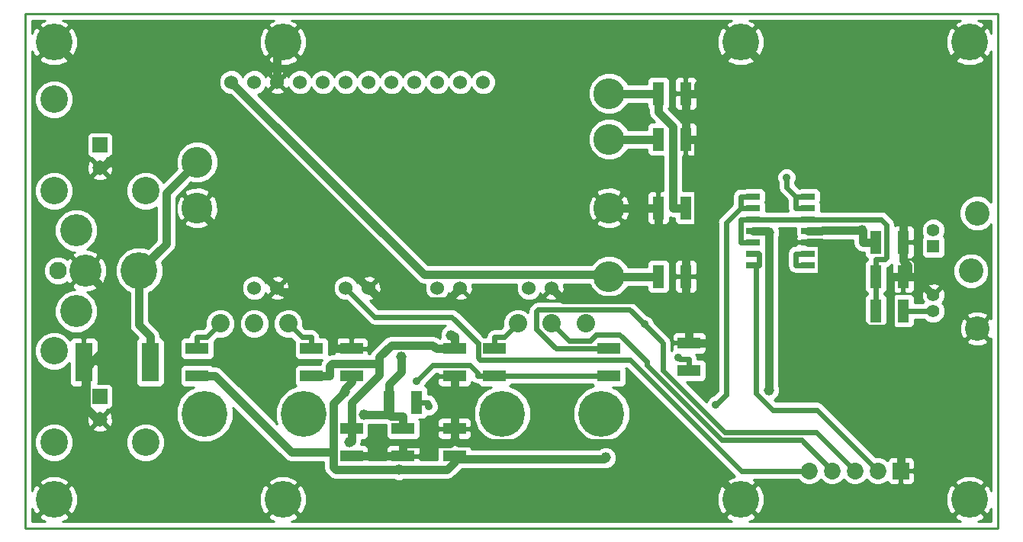
<source format=gbl>
G04 (created by PCBNEW-RS274X (2011-05-25)-stable) date Fri 04 Oct 2013 02:44:26 PM EDT*
G01*
G70*
G90*
%MOIN*%
G04 Gerber Fmt 3.4, Leading zero omitted, Abs format*
%FSLAX34Y34*%
G04 APERTURE LIST*
%ADD10C,0.006000*%
%ADD11C,0.009000*%
%ADD12C,0.107000*%
%ADD13C,0.056000*%
%ADD14R,0.056000X0.056000*%
%ADD15C,0.160000*%
%ADD16R,0.100000X0.050000*%
%ADD17C,0.060000*%
%ADD18R,0.050000X0.100000*%
%ADD19C,0.200000*%
%ADD20C,0.080000*%
%ADD21C,0.076000*%
%ADD22C,0.140000*%
%ADD23C,0.120000*%
%ADD24R,0.065000X0.065000*%
%ADD25C,0.065000*%
%ADD26C,0.073000*%
%ADD27R,0.073000X0.073000*%
%ADD28R,0.075000X0.170000*%
%ADD29C,0.135000*%
%ADD30R,0.060000X0.025000*%
%ADD31C,0.046000*%
%ADD32C,0.035000*%
%ADD33C,0.036000*%
%ADD34C,0.024000*%
%ADD35C,0.010000*%
G04 APERTURE END LIST*
G54D10*
G54D11*
X29500Y-30500D02*
X29500Y-53000D01*
X72000Y-30500D02*
X29500Y-30500D01*
X72000Y-53000D02*
X72000Y-30500D01*
X29500Y-53000D02*
X72000Y-53000D01*
G54D12*
X71090Y-44270D03*
X71090Y-39230D03*
G54D13*
X69170Y-43520D03*
X69170Y-39980D03*
X69170Y-42815D03*
G54D14*
X69170Y-40685D03*
G54D12*
X70820Y-41750D03*
G54D15*
X30750Y-51750D03*
X40750Y-51750D03*
X30750Y-31750D03*
G54D16*
X48250Y-45150D03*
X48250Y-46350D03*
X43750Y-46350D03*
X43750Y-45150D03*
G54D15*
X60750Y-51750D03*
X70750Y-31750D03*
X70750Y-51750D03*
G54D16*
X42000Y-46350D03*
X42000Y-45150D03*
X43750Y-48650D03*
X43750Y-49850D03*
G54D17*
X44500Y-42500D03*
X43500Y-42500D03*
X40500Y-42500D03*
X39500Y-42500D03*
X47500Y-42500D03*
X48500Y-42500D03*
X51500Y-42500D03*
X52500Y-42500D03*
X38500Y-33500D03*
X39500Y-33500D03*
X40500Y-33500D03*
X41500Y-33500D03*
X42500Y-33500D03*
X43500Y-33500D03*
X44500Y-33500D03*
X45500Y-33500D03*
X46500Y-33500D03*
X47500Y-33500D03*
X48500Y-33500D03*
X49500Y-33500D03*
G54D18*
X66650Y-43500D03*
X67850Y-43500D03*
G54D16*
X58500Y-46100D03*
X58500Y-44900D03*
G54D18*
X45400Y-47500D03*
X46600Y-47500D03*
G54D16*
X46000Y-48650D03*
X46000Y-49850D03*
X55000Y-46350D03*
X55000Y-45150D03*
X50000Y-45150D03*
X50000Y-46350D03*
X37000Y-45150D03*
X37000Y-46350D03*
G54D18*
X58350Y-39000D03*
X57150Y-39000D03*
X66650Y-40500D03*
X67850Y-40500D03*
G54D16*
X48250Y-49850D03*
X48250Y-48650D03*
G54D18*
X66650Y-42000D03*
X67850Y-42000D03*
G54D19*
X41670Y-48000D03*
X37330Y-48000D03*
G54D20*
X39500Y-44060D03*
X40980Y-44060D03*
X38020Y-44060D03*
G54D19*
X54670Y-48000D03*
X50330Y-48000D03*
G54D20*
X52500Y-44060D03*
X53980Y-44060D03*
X51020Y-44060D03*
G54D15*
X40750Y-31750D03*
G54D18*
X57150Y-34000D03*
X58350Y-34000D03*
X58350Y-36000D03*
X57150Y-36000D03*
X57150Y-42000D03*
X58350Y-42000D03*
G54D21*
X30930Y-41750D03*
G54D22*
X32110Y-41750D03*
G54D15*
X34470Y-41750D03*
G54D22*
X31720Y-39980D03*
X31720Y-43520D03*
G54D23*
X30750Y-38250D03*
X30750Y-34250D03*
G54D24*
X32750Y-36250D03*
G54D25*
X32750Y-37250D03*
G54D23*
X34750Y-38250D03*
X30750Y-49250D03*
X30750Y-45250D03*
G54D24*
X32750Y-47250D03*
G54D25*
X32750Y-48250D03*
G54D23*
X34750Y-49250D03*
G54D26*
X66750Y-50500D03*
X65750Y-50500D03*
G54D27*
X67750Y-50500D03*
G54D26*
X64750Y-50500D03*
X63750Y-50500D03*
G54D15*
X60750Y-31750D03*
G54D28*
X34950Y-45750D03*
X32050Y-45750D03*
G54D29*
X37000Y-39000D03*
X37000Y-37000D03*
X55000Y-34000D03*
X55000Y-36000D03*
X55000Y-39000D03*
X55000Y-42000D03*
G54D30*
X61300Y-41500D03*
X61300Y-41000D03*
X61300Y-40500D03*
X61300Y-40000D03*
X61300Y-39500D03*
X61300Y-39000D03*
X61300Y-38500D03*
X63700Y-38500D03*
X63700Y-39000D03*
X63700Y-39500D03*
X63700Y-40000D03*
X63700Y-40500D03*
X63700Y-41000D03*
X63700Y-41500D03*
G54D31*
X45923Y-45507D03*
X44305Y-48046D03*
X66045Y-39980D03*
X43455Y-47048D03*
X45817Y-50452D03*
X54855Y-49925D03*
G54D32*
X59669Y-47603D03*
X62755Y-37670D03*
X56559Y-44093D03*
G54D31*
X59399Y-44997D03*
G54D32*
X47131Y-47679D03*
X58024Y-45556D03*
X46600Y-46562D03*
G54D31*
X48103Y-44562D03*
X61991Y-40071D03*
X43647Y-49245D03*
X61991Y-46984D03*
G54D33*
X45923Y-46177D02*
X45923Y-45507D01*
X45400Y-46700D02*
X45923Y-46177D01*
X45400Y-47100D02*
X45400Y-46700D01*
X57150Y-42000D02*
X56600Y-42000D01*
X54916Y-41916D02*
X55000Y-42000D01*
X46916Y-41916D02*
X54916Y-41916D01*
X38500Y-33500D02*
X46916Y-41916D01*
X55000Y-42000D02*
X56600Y-42000D01*
X45400Y-47100D02*
X45400Y-47500D01*
X45400Y-47500D02*
X45400Y-48050D01*
X45396Y-48046D02*
X45400Y-48050D01*
X44305Y-48046D02*
X45396Y-48046D01*
X45450Y-48100D02*
X46000Y-48100D01*
X45400Y-48050D02*
X45450Y-48100D01*
X46000Y-48650D02*
X46000Y-48100D01*
X55000Y-36000D02*
X57150Y-36000D01*
X43750Y-46350D02*
X43750Y-46625D01*
X66650Y-40500D02*
X66100Y-40500D01*
X66100Y-40035D02*
X66045Y-39980D01*
X66100Y-40500D02*
X66100Y-40035D01*
X64320Y-39980D02*
X66045Y-39980D01*
X64300Y-40000D02*
X64320Y-39980D01*
X63700Y-40000D02*
X64300Y-40000D01*
X47923Y-50452D02*
X45817Y-50452D01*
X48250Y-50125D02*
X47923Y-50452D01*
X43455Y-46920D02*
X43455Y-47048D01*
X43750Y-46625D02*
X43455Y-46920D01*
X41115Y-49665D02*
X42966Y-49665D01*
X37800Y-46350D02*
X41115Y-49665D01*
X42966Y-47537D02*
X42966Y-49665D01*
X43455Y-47048D02*
X42966Y-47537D01*
X43067Y-50452D02*
X45817Y-50452D01*
X42966Y-50351D02*
X43067Y-50452D01*
X42966Y-49665D02*
X42966Y-50351D01*
X37000Y-46350D02*
X37800Y-46350D01*
X48250Y-49850D02*
X48250Y-49987D01*
X48250Y-49987D02*
X48250Y-50125D01*
X54793Y-49987D02*
X54855Y-49925D01*
X48250Y-49987D02*
X54793Y-49987D01*
G54D34*
X61300Y-41000D02*
X61570Y-41000D01*
X61570Y-41500D02*
X61570Y-41000D01*
X61300Y-41500D02*
X61435Y-41500D01*
X61435Y-41500D02*
X61570Y-41500D01*
X64080Y-47830D02*
X66750Y-50500D01*
X62141Y-47830D02*
X64080Y-47830D01*
X61435Y-47124D02*
X62141Y-47830D01*
X61435Y-41500D02*
X61435Y-47124D01*
X61300Y-38500D02*
X60760Y-38500D01*
X61300Y-39000D02*
X60760Y-39000D01*
X60760Y-38500D02*
X60760Y-39000D01*
X60110Y-47162D02*
X59669Y-47603D01*
X60110Y-39650D02*
X60110Y-47162D01*
X60760Y-39000D02*
X60110Y-39650D01*
X63700Y-39000D02*
X63160Y-39000D01*
X63700Y-38500D02*
X63160Y-38500D01*
X63160Y-39000D02*
X63160Y-38500D01*
X62755Y-38095D02*
X62755Y-37670D01*
X63160Y-38500D02*
X62755Y-38095D01*
X66650Y-42000D02*
X66650Y-43500D01*
X60760Y-39500D02*
X60760Y-40500D01*
X61300Y-40500D02*
X60760Y-40500D01*
X66650Y-42000D02*
X66650Y-41260D01*
X61300Y-39500D02*
X60760Y-39500D01*
X63160Y-39500D02*
X61300Y-39500D01*
X63700Y-39500D02*
X63160Y-39500D01*
X67055Y-41260D02*
X66650Y-41260D01*
X67124Y-41191D02*
X67055Y-41260D01*
X67124Y-39732D02*
X67124Y-41191D01*
X66892Y-39500D02*
X67124Y-39732D01*
X63700Y-39500D02*
X66892Y-39500D01*
X55902Y-43436D02*
X56559Y-44093D01*
X51905Y-43436D02*
X55902Y-43436D01*
X51836Y-43505D02*
X51905Y-43436D01*
X51836Y-44302D02*
X51836Y-43505D01*
X52684Y-45150D02*
X51836Y-44302D01*
X55000Y-45150D02*
X52684Y-45150D01*
X64048Y-48798D02*
X65750Y-50500D01*
X60053Y-48798D02*
X64048Y-48798D01*
X57361Y-46106D02*
X60053Y-48798D01*
X57361Y-44895D02*
X57361Y-46106D01*
X56559Y-44093D02*
X57361Y-44895D01*
X53246Y-44806D02*
X52500Y-44060D01*
X54182Y-44806D02*
X53246Y-44806D01*
X54437Y-44551D02*
X54182Y-44806D01*
X55472Y-44551D02*
X54437Y-44551D01*
X56641Y-45720D02*
X55472Y-44551D01*
X56641Y-45872D02*
X56641Y-45720D01*
X59927Y-49158D02*
X56641Y-45872D01*
X63408Y-49158D02*
X59927Y-49158D01*
X64750Y-50500D02*
X63408Y-49158D01*
X60783Y-50500D02*
X63750Y-50500D01*
X55910Y-45627D02*
X60783Y-50500D01*
X49344Y-45627D02*
X55910Y-45627D01*
X49275Y-45558D02*
X49344Y-45627D01*
X49275Y-44912D02*
X49275Y-45558D01*
X48135Y-43772D02*
X49275Y-44912D01*
X44772Y-43772D02*
X48135Y-43772D01*
X43500Y-42500D02*
X44772Y-43772D01*
X69150Y-43500D02*
X69170Y-43520D01*
X67850Y-43500D02*
X69150Y-43500D01*
G54D33*
X34470Y-44120D02*
X34470Y-41750D01*
X34950Y-44600D02*
X34470Y-44120D01*
X34950Y-45750D02*
X34950Y-44600D01*
X35647Y-40573D02*
X34470Y-41750D01*
X35647Y-38353D02*
X35647Y-40573D01*
X37000Y-37000D02*
X35647Y-38353D01*
X55000Y-39000D02*
X57150Y-39000D01*
X43750Y-49850D02*
X44550Y-49850D01*
X63700Y-40500D02*
X64300Y-40500D01*
X67850Y-42000D02*
X67300Y-42000D01*
X32050Y-45750D02*
X32388Y-45750D01*
X32141Y-45997D02*
X32388Y-45750D01*
X32141Y-47755D02*
X32141Y-45997D01*
X32636Y-48250D02*
X32141Y-47755D01*
X32750Y-48250D02*
X32636Y-48250D01*
X32896Y-42536D02*
X32110Y-41750D01*
X32896Y-45242D02*
X32896Y-42536D01*
X32388Y-45750D02*
X32896Y-45242D01*
X67750Y-44926D02*
X67750Y-50500D01*
X67108Y-44284D02*
X67750Y-44926D01*
X67300Y-44092D02*
X67108Y-44284D01*
X67300Y-42000D02*
X67300Y-44092D01*
X64300Y-42300D02*
X64300Y-40500D01*
X66284Y-44284D02*
X64300Y-42300D01*
X67108Y-44284D02*
X66284Y-44284D01*
X44550Y-49850D02*
X46000Y-49850D01*
X46000Y-49850D02*
X46000Y-49300D01*
X68400Y-42045D02*
X69170Y-42815D01*
X68400Y-42000D02*
X68400Y-42045D01*
X40500Y-32000D02*
X40750Y-31750D01*
X40500Y-33500D02*
X40500Y-32000D01*
X33508Y-34508D02*
X30750Y-31750D01*
X33508Y-36629D02*
X33508Y-34508D01*
X32887Y-37250D02*
X33508Y-36629D01*
X32750Y-37250D02*
X32887Y-37250D01*
X58350Y-36000D02*
X58350Y-34000D01*
X58350Y-34000D02*
X58900Y-34000D01*
X58350Y-36000D02*
X58900Y-36000D01*
X57150Y-39000D02*
X57150Y-39800D01*
X58900Y-33600D02*
X60750Y-31750D01*
X58900Y-34000D02*
X58900Y-33600D01*
X68504Y-33996D02*
X70750Y-31750D01*
X67850Y-33996D02*
X68504Y-33996D01*
X62996Y-33996D02*
X67850Y-33996D01*
X60750Y-31750D02*
X62996Y-33996D01*
X67850Y-42000D02*
X68067Y-42000D01*
X68067Y-42000D02*
X68400Y-42000D01*
X67850Y-40500D02*
X67850Y-33996D01*
X68067Y-41517D02*
X68067Y-42000D01*
X67850Y-41300D02*
X68067Y-41517D01*
X67850Y-40500D02*
X67850Y-41300D01*
X37000Y-39000D02*
X40500Y-42500D01*
X43750Y-45150D02*
X42950Y-45150D01*
X45084Y-43084D02*
X44500Y-42500D01*
X47916Y-43084D02*
X45084Y-43084D01*
X48500Y-42500D02*
X47916Y-43084D01*
X40676Y-42676D02*
X41938Y-42676D01*
X40500Y-42500D02*
X40676Y-42676D01*
X42850Y-41764D02*
X41938Y-42676D01*
X43764Y-41764D02*
X42850Y-41764D01*
X44500Y-42500D02*
X43764Y-41764D01*
X42950Y-43688D02*
X42950Y-45150D01*
X41938Y-42676D02*
X42950Y-43688D01*
X58500Y-44900D02*
X59300Y-44900D01*
X59397Y-44997D02*
X59399Y-44997D01*
X59300Y-44900D02*
X59397Y-44997D01*
X48072Y-49300D02*
X48250Y-49122D01*
X46000Y-49300D02*
X48072Y-49300D01*
X58500Y-44900D02*
X58500Y-44350D01*
X57156Y-39800D02*
X58197Y-40841D01*
X57150Y-39800D02*
X57156Y-39800D01*
X58900Y-40138D02*
X58900Y-36000D01*
X58197Y-40841D02*
X58900Y-40138D01*
X58350Y-40994D02*
X58350Y-42000D01*
X58197Y-40841D02*
X58350Y-40994D01*
X58334Y-42800D02*
X57642Y-43492D01*
X58350Y-42800D02*
X58334Y-42800D01*
X57145Y-42995D02*
X57642Y-43492D01*
X52995Y-42995D02*
X57145Y-42995D01*
X52500Y-42500D02*
X52995Y-42995D01*
X57642Y-43492D02*
X58500Y-44350D01*
X58350Y-42000D02*
X58350Y-42800D01*
X48250Y-46350D02*
X48250Y-46900D01*
X58284Y-49284D02*
X60750Y-51750D01*
X48412Y-49284D02*
X58284Y-49284D01*
X48250Y-49122D02*
X48412Y-49284D01*
X48250Y-49122D02*
X48250Y-48650D01*
X48250Y-48650D02*
X48250Y-46900D01*
G54D34*
X41580Y-44660D02*
X42000Y-44660D01*
X40980Y-44060D02*
X41580Y-44660D01*
X42000Y-45150D02*
X42000Y-44660D01*
X37420Y-44660D02*
X37000Y-44660D01*
X38020Y-44060D02*
X37420Y-44660D01*
X37000Y-45150D02*
X37000Y-44660D01*
X50420Y-44660D02*
X50000Y-44660D01*
X51020Y-44060D02*
X50420Y-44660D01*
X50000Y-45150D02*
X50000Y-44660D01*
X47090Y-47638D02*
X47131Y-47679D01*
X47090Y-47500D02*
X47090Y-47638D01*
X46600Y-47500D02*
X47090Y-47500D01*
X63160Y-41500D02*
X63160Y-41000D01*
X63700Y-41500D02*
X63160Y-41500D01*
X63700Y-41000D02*
X63160Y-41000D01*
X58078Y-45610D02*
X58500Y-45610D01*
X58024Y-45556D02*
X58078Y-45610D01*
X58500Y-46100D02*
X58500Y-45610D01*
X50000Y-46350D02*
X55000Y-46350D01*
X49260Y-46226D02*
X49260Y-46350D01*
X48910Y-45876D02*
X49260Y-46226D01*
X47286Y-45876D02*
X48910Y-45876D01*
X46600Y-46562D02*
X47286Y-45876D01*
X50000Y-46350D02*
X49260Y-46350D01*
G54D33*
X48141Y-44600D02*
X48103Y-44562D01*
X48250Y-44600D02*
X48141Y-44600D01*
X48250Y-45150D02*
X48250Y-44600D01*
X42000Y-46350D02*
X42800Y-46350D01*
X48250Y-45150D02*
X47450Y-45150D01*
X55000Y-34000D02*
X57150Y-34000D01*
X57800Y-35450D02*
X57800Y-39000D01*
X57150Y-34800D02*
X57800Y-35450D01*
X57150Y-34000D02*
X57150Y-34800D01*
X58350Y-39000D02*
X57800Y-39000D01*
X61300Y-40000D02*
X61900Y-40000D01*
X42800Y-45920D02*
X42800Y-46350D01*
X42904Y-45816D02*
X42800Y-45920D01*
X44968Y-45816D02*
X42904Y-45816D01*
X44968Y-45504D02*
X44968Y-45816D01*
X45478Y-44994D02*
X44968Y-45504D01*
X47294Y-44994D02*
X45478Y-44994D01*
X47450Y-45150D02*
X47294Y-44994D01*
X43750Y-47520D02*
X43750Y-48650D01*
X44968Y-46302D02*
X43750Y-47520D01*
X44968Y-45816D02*
X44968Y-46302D01*
X43750Y-48650D02*
X43750Y-49200D01*
X61991Y-40071D02*
X61991Y-46984D01*
X61971Y-40071D02*
X61900Y-40000D01*
X61991Y-40071D02*
X61971Y-40071D01*
X43692Y-49200D02*
X43647Y-49245D01*
X43750Y-49200D02*
X43692Y-49200D01*
G54D10*
G36*
X71705Y-52705D02*
X71137Y-52705D01*
X71326Y-52627D01*
X71412Y-52483D01*
X70750Y-51821D01*
X70679Y-51892D01*
X70679Y-51750D01*
X70017Y-51088D01*
X69873Y-51174D01*
X69720Y-51554D01*
X69723Y-51964D01*
X69873Y-52326D01*
X70017Y-52412D01*
X70679Y-51750D01*
X70679Y-51892D01*
X70088Y-52483D01*
X70174Y-52627D01*
X70367Y-52705D01*
X69700Y-52705D01*
X69700Y-43626D01*
X69700Y-43415D01*
X69700Y-40086D01*
X69700Y-39875D01*
X69619Y-39680D01*
X69471Y-39531D01*
X69276Y-39450D01*
X69065Y-39450D01*
X68870Y-39531D01*
X68721Y-39679D01*
X68640Y-39874D01*
X68640Y-40085D01*
X68703Y-40239D01*
X68679Y-40264D01*
X68641Y-40355D01*
X68641Y-40454D01*
X68641Y-41014D01*
X68679Y-41106D01*
X68749Y-41176D01*
X68840Y-41214D01*
X68939Y-41214D01*
X69499Y-41214D01*
X69591Y-41176D01*
X69661Y-41106D01*
X69699Y-41015D01*
X69699Y-40916D01*
X69699Y-40356D01*
X69661Y-40264D01*
X69636Y-40239D01*
X69700Y-40086D01*
X69700Y-43415D01*
X69694Y-43400D01*
X69619Y-43220D01*
X69573Y-43173D01*
X69622Y-43125D01*
X69590Y-43093D01*
X69626Y-43084D01*
X69694Y-42889D01*
X69683Y-42683D01*
X69626Y-42546D01*
X69534Y-42522D01*
X69463Y-42593D01*
X69463Y-42451D01*
X69439Y-42359D01*
X69244Y-42291D01*
X69038Y-42302D01*
X68901Y-42359D01*
X68877Y-42451D01*
X69170Y-42744D01*
X69463Y-42451D01*
X69463Y-42593D01*
X69276Y-42780D01*
X69241Y-42815D01*
X69170Y-42886D01*
X69099Y-42815D01*
X69064Y-42780D01*
X68806Y-42522D01*
X68714Y-42546D01*
X68646Y-42741D01*
X68657Y-42947D01*
X68714Y-43084D01*
X68749Y-43093D01*
X68718Y-43125D01*
X68723Y-43130D01*
X68350Y-43130D01*
X68350Y-42112D01*
X68350Y-41888D01*
X68349Y-41549D01*
X68349Y-41450D01*
X68311Y-41359D01*
X68241Y-41289D01*
X68149Y-41251D01*
X67962Y-41250D01*
X68149Y-41249D01*
X68241Y-41211D01*
X68311Y-41141D01*
X68349Y-41050D01*
X68349Y-40951D01*
X68350Y-40612D01*
X68350Y-40388D01*
X68349Y-40049D01*
X68349Y-39950D01*
X68311Y-39859D01*
X68241Y-39789D01*
X68149Y-39751D01*
X67962Y-39750D01*
X67900Y-39812D01*
X67900Y-40450D01*
X68288Y-40450D01*
X68350Y-40388D01*
X68350Y-40612D01*
X68288Y-40550D01*
X67900Y-40550D01*
X67900Y-41188D01*
X67962Y-41250D01*
X67900Y-41312D01*
X67900Y-41950D01*
X68288Y-41950D01*
X68350Y-41888D01*
X68350Y-42112D01*
X68288Y-42050D01*
X67900Y-42050D01*
X67900Y-42688D01*
X67962Y-42750D01*
X68149Y-42749D01*
X68241Y-42711D01*
X68311Y-42641D01*
X68349Y-42550D01*
X68349Y-42451D01*
X68350Y-42112D01*
X68350Y-43130D01*
X68349Y-43130D01*
X68349Y-42951D01*
X68311Y-42859D01*
X68241Y-42789D01*
X68150Y-42751D01*
X68051Y-42751D01*
X67800Y-42751D01*
X67800Y-42688D01*
X67800Y-42050D01*
X67800Y-41950D01*
X67800Y-41312D01*
X67738Y-41250D01*
X67800Y-41188D01*
X67800Y-40600D01*
X67800Y-40550D01*
X67800Y-40450D01*
X67800Y-40400D01*
X67800Y-39812D01*
X67738Y-39750D01*
X67551Y-39751D01*
X67494Y-39774D01*
X67494Y-39732D01*
X67466Y-39591D01*
X67466Y-39590D01*
X67386Y-39470D01*
X67154Y-39238D01*
X67034Y-39158D01*
X67009Y-39153D01*
X66892Y-39129D01*
X66887Y-39130D01*
X64249Y-39130D01*
X64249Y-39076D01*
X64249Y-38826D01*
X64217Y-38750D01*
X64249Y-38675D01*
X64249Y-38576D01*
X64249Y-38326D01*
X64211Y-38234D01*
X64141Y-38164D01*
X64050Y-38126D01*
X63951Y-38126D01*
X63351Y-38126D01*
X63341Y-38130D01*
X63313Y-38130D01*
X63125Y-37941D01*
X63125Y-37887D01*
X63180Y-37755D01*
X63180Y-37586D01*
X63116Y-37430D01*
X62996Y-37310D01*
X62840Y-37245D01*
X62671Y-37245D01*
X62515Y-37309D01*
X62395Y-37429D01*
X62330Y-37585D01*
X62330Y-37754D01*
X62385Y-37888D01*
X62385Y-38090D01*
X62384Y-38095D01*
X62408Y-38212D01*
X62413Y-38237D01*
X62493Y-38357D01*
X62790Y-38653D01*
X62790Y-39000D01*
X62815Y-39130D01*
X61849Y-39130D01*
X61849Y-39076D01*
X61849Y-38826D01*
X61817Y-38750D01*
X61849Y-38675D01*
X61849Y-38576D01*
X61849Y-38326D01*
X61811Y-38234D01*
X61780Y-38203D01*
X61780Y-31946D01*
X61777Y-31536D01*
X61627Y-31174D01*
X61483Y-31088D01*
X60821Y-31750D01*
X61483Y-32412D01*
X61627Y-32326D01*
X61780Y-31946D01*
X61780Y-38203D01*
X61741Y-38164D01*
X61650Y-38126D01*
X61551Y-38126D01*
X61412Y-38126D01*
X61412Y-32483D01*
X60750Y-31821D01*
X60679Y-31892D01*
X60679Y-31750D01*
X60017Y-31088D01*
X59873Y-31174D01*
X59720Y-31554D01*
X59723Y-31964D01*
X59873Y-32326D01*
X60017Y-32412D01*
X60679Y-31750D01*
X60679Y-31892D01*
X60088Y-32483D01*
X60174Y-32627D01*
X60554Y-32780D01*
X60964Y-32777D01*
X61326Y-32627D01*
X61412Y-32483D01*
X61412Y-38126D01*
X60951Y-38126D01*
X60941Y-38130D01*
X60760Y-38130D01*
X60618Y-38158D01*
X60498Y-38238D01*
X60418Y-38358D01*
X60390Y-38500D01*
X60390Y-38846D01*
X59848Y-39388D01*
X59768Y-39508D01*
X59763Y-39532D01*
X59739Y-39650D01*
X59740Y-39654D01*
X59740Y-47008D01*
X59560Y-47188D01*
X59429Y-47242D01*
X59309Y-47362D01*
X59259Y-47480D01*
X58378Y-46599D01*
X59049Y-46599D01*
X59141Y-46561D01*
X59211Y-46491D01*
X59249Y-46400D01*
X59249Y-46301D01*
X59249Y-45801D01*
X59211Y-45709D01*
X59141Y-45639D01*
X59050Y-45601D01*
X58951Y-45601D01*
X58868Y-45601D01*
X58842Y-45468D01*
X58796Y-45399D01*
X58951Y-45399D01*
X59050Y-45399D01*
X59141Y-45361D01*
X59211Y-45291D01*
X59249Y-45199D01*
X59250Y-45012D01*
X59250Y-44788D01*
X59249Y-44601D01*
X59211Y-44509D01*
X59141Y-44439D01*
X59050Y-44401D01*
X58951Y-44401D01*
X58850Y-44400D01*
X58850Y-42112D01*
X58850Y-41888D01*
X58850Y-36112D01*
X58850Y-35888D01*
X58850Y-34112D01*
X58850Y-33888D01*
X58849Y-33549D01*
X58849Y-33450D01*
X58811Y-33359D01*
X58741Y-33289D01*
X58649Y-33251D01*
X58462Y-33250D01*
X58400Y-33312D01*
X58400Y-33950D01*
X58788Y-33950D01*
X58850Y-33888D01*
X58850Y-34112D01*
X58788Y-34050D01*
X58400Y-34050D01*
X58400Y-34688D01*
X58462Y-34750D01*
X58649Y-34749D01*
X58741Y-34711D01*
X58811Y-34641D01*
X58849Y-34550D01*
X58849Y-34451D01*
X58850Y-34112D01*
X58850Y-35888D01*
X58849Y-35549D01*
X58849Y-35450D01*
X58811Y-35359D01*
X58741Y-35289D01*
X58649Y-35251D01*
X58462Y-35250D01*
X58400Y-35312D01*
X58400Y-35950D01*
X58788Y-35950D01*
X58850Y-35888D01*
X58850Y-36112D01*
X58788Y-36050D01*
X58400Y-36050D01*
X58400Y-36688D01*
X58462Y-36750D01*
X58649Y-36749D01*
X58741Y-36711D01*
X58811Y-36641D01*
X58849Y-36550D01*
X58849Y-36451D01*
X58850Y-36112D01*
X58850Y-41888D01*
X58849Y-41549D01*
X58849Y-41450D01*
X58849Y-39550D01*
X58849Y-39451D01*
X58849Y-38451D01*
X58811Y-38359D01*
X58741Y-38289D01*
X58650Y-38251D01*
X58551Y-38251D01*
X58230Y-38251D01*
X58230Y-36749D01*
X58238Y-36750D01*
X58300Y-36688D01*
X58300Y-36100D01*
X58300Y-36050D01*
X58300Y-35950D01*
X58300Y-35900D01*
X58300Y-35312D01*
X58300Y-34688D01*
X58300Y-34050D01*
X58300Y-33950D01*
X58300Y-33312D01*
X58238Y-33250D01*
X58051Y-33251D01*
X57959Y-33289D01*
X57889Y-33359D01*
X57851Y-33450D01*
X57851Y-33549D01*
X57850Y-33888D01*
X57912Y-33950D01*
X58300Y-33950D01*
X58300Y-34050D01*
X57912Y-34050D01*
X57850Y-34112D01*
X57851Y-34451D01*
X57851Y-34550D01*
X57889Y-34641D01*
X57959Y-34711D01*
X58051Y-34749D01*
X58238Y-34750D01*
X58300Y-34688D01*
X58300Y-35312D01*
X58238Y-35250D01*
X58173Y-35250D01*
X58104Y-35146D01*
X57605Y-34647D01*
X57611Y-34641D01*
X57649Y-34550D01*
X57649Y-34451D01*
X57649Y-33451D01*
X57611Y-33359D01*
X57541Y-33289D01*
X57450Y-33251D01*
X57351Y-33251D01*
X56851Y-33251D01*
X56759Y-33289D01*
X56689Y-33359D01*
X56651Y-33450D01*
X56651Y-33549D01*
X56651Y-33570D01*
X55823Y-33570D01*
X55785Y-33477D01*
X55525Y-33217D01*
X55185Y-33075D01*
X54817Y-33075D01*
X54477Y-33215D01*
X54217Y-33475D01*
X54075Y-33815D01*
X54075Y-34183D01*
X54215Y-34523D01*
X54475Y-34783D01*
X54815Y-34925D01*
X55183Y-34925D01*
X55523Y-34785D01*
X55783Y-34525D01*
X55822Y-34430D01*
X56651Y-34430D01*
X56651Y-34549D01*
X56689Y-34641D01*
X56720Y-34672D01*
X56720Y-34800D01*
X56753Y-34965D01*
X56846Y-35104D01*
X56993Y-35251D01*
X56851Y-35251D01*
X56759Y-35289D01*
X56689Y-35359D01*
X56651Y-35450D01*
X56651Y-35549D01*
X56651Y-35570D01*
X55823Y-35570D01*
X55785Y-35477D01*
X55525Y-35217D01*
X55185Y-35075D01*
X54817Y-35075D01*
X54477Y-35215D01*
X54217Y-35475D01*
X54075Y-35815D01*
X54075Y-36183D01*
X54215Y-36523D01*
X54475Y-36783D01*
X54815Y-36925D01*
X55183Y-36925D01*
X55523Y-36785D01*
X55783Y-36525D01*
X55822Y-36430D01*
X56651Y-36430D01*
X56651Y-36549D01*
X56689Y-36641D01*
X56759Y-36711D01*
X56850Y-36749D01*
X56949Y-36749D01*
X57370Y-36749D01*
X57370Y-38250D01*
X57262Y-38250D01*
X57200Y-38312D01*
X57200Y-38900D01*
X57200Y-38950D01*
X57200Y-39050D01*
X57200Y-39100D01*
X57200Y-39688D01*
X57262Y-39750D01*
X57449Y-39749D01*
X57541Y-39711D01*
X57611Y-39641D01*
X57649Y-39550D01*
X57649Y-39451D01*
X57649Y-39399D01*
X57800Y-39430D01*
X57851Y-39430D01*
X57851Y-39549D01*
X57889Y-39641D01*
X57959Y-39711D01*
X58050Y-39749D01*
X58149Y-39749D01*
X58649Y-39749D01*
X58741Y-39711D01*
X58811Y-39641D01*
X58849Y-39550D01*
X58849Y-41450D01*
X58811Y-41359D01*
X58741Y-41289D01*
X58649Y-41251D01*
X58462Y-41250D01*
X58400Y-41312D01*
X58400Y-41950D01*
X58788Y-41950D01*
X58850Y-41888D01*
X58850Y-42112D01*
X58788Y-42050D01*
X58400Y-42050D01*
X58400Y-42688D01*
X58462Y-42750D01*
X58649Y-42749D01*
X58741Y-42711D01*
X58811Y-42641D01*
X58849Y-42550D01*
X58849Y-42451D01*
X58850Y-42112D01*
X58850Y-44400D01*
X58612Y-44400D01*
X58550Y-44462D01*
X58550Y-44850D01*
X59188Y-44850D01*
X59250Y-44788D01*
X59250Y-45012D01*
X59188Y-44950D01*
X58600Y-44950D01*
X58550Y-44950D01*
X58450Y-44950D01*
X58450Y-44850D01*
X58450Y-44462D01*
X58388Y-44400D01*
X58300Y-44400D01*
X58300Y-42688D01*
X58300Y-42050D01*
X58300Y-41950D01*
X58300Y-41312D01*
X58238Y-41250D01*
X58051Y-41251D01*
X57959Y-41289D01*
X57889Y-41359D01*
X57851Y-41450D01*
X57851Y-41549D01*
X57850Y-41888D01*
X57912Y-41950D01*
X58300Y-41950D01*
X58300Y-42050D01*
X57912Y-42050D01*
X57850Y-42112D01*
X57851Y-42451D01*
X57851Y-42550D01*
X57889Y-42641D01*
X57959Y-42711D01*
X58051Y-42749D01*
X58238Y-42750D01*
X58300Y-42688D01*
X58300Y-44400D01*
X58049Y-44401D01*
X57950Y-44401D01*
X57859Y-44439D01*
X57789Y-44509D01*
X57751Y-44601D01*
X57750Y-44788D01*
X57812Y-44850D01*
X58450Y-44850D01*
X58450Y-44950D01*
X58400Y-44950D01*
X57812Y-44950D01*
X57750Y-45012D01*
X57751Y-45199D01*
X57759Y-45219D01*
X57731Y-45248D01*
X57731Y-44895D01*
X57703Y-44753D01*
X57649Y-44672D01*
X57649Y-42550D01*
X57649Y-42451D01*
X57649Y-41451D01*
X57611Y-41359D01*
X57541Y-41289D01*
X57450Y-41251D01*
X57351Y-41251D01*
X57100Y-41251D01*
X57100Y-39688D01*
X57100Y-39050D01*
X57100Y-38950D01*
X57100Y-38312D01*
X57038Y-38250D01*
X56851Y-38251D01*
X56759Y-38289D01*
X56689Y-38359D01*
X56651Y-38450D01*
X56651Y-38549D01*
X56650Y-38888D01*
X56712Y-38950D01*
X57100Y-38950D01*
X57100Y-39050D01*
X56712Y-39050D01*
X56650Y-39112D01*
X56651Y-39451D01*
X56651Y-39550D01*
X56689Y-39641D01*
X56759Y-39711D01*
X56851Y-39749D01*
X57038Y-39750D01*
X57100Y-39688D01*
X57100Y-41251D01*
X56851Y-41251D01*
X56759Y-41289D01*
X56689Y-41359D01*
X56651Y-41450D01*
X56651Y-41549D01*
X56651Y-41570D01*
X56600Y-41570D01*
X55909Y-41570D01*
X55909Y-39167D01*
X55904Y-38806D01*
X55776Y-38498D01*
X55644Y-38427D01*
X55573Y-38498D01*
X55573Y-38356D01*
X55502Y-38224D01*
X55167Y-38091D01*
X54806Y-38096D01*
X54498Y-38224D01*
X54427Y-38356D01*
X55000Y-38929D01*
X55573Y-38356D01*
X55573Y-38498D01*
X55071Y-39000D01*
X55644Y-39573D01*
X55776Y-39502D01*
X55909Y-39167D01*
X55909Y-41570D01*
X55823Y-41570D01*
X55785Y-41477D01*
X55573Y-41265D01*
X55573Y-39644D01*
X55000Y-39071D01*
X54929Y-39142D01*
X54929Y-39000D01*
X54356Y-38427D01*
X54224Y-38498D01*
X54091Y-38833D01*
X54096Y-39194D01*
X54224Y-39502D01*
X54356Y-39573D01*
X54929Y-39000D01*
X54929Y-39142D01*
X54427Y-39644D01*
X54498Y-39776D01*
X54833Y-39909D01*
X55194Y-39904D01*
X55502Y-39776D01*
X55573Y-39644D01*
X55573Y-41265D01*
X55525Y-41217D01*
X55185Y-41075D01*
X54817Y-41075D01*
X54477Y-41215D01*
X54217Y-41475D01*
X54212Y-41486D01*
X50049Y-41486D01*
X50049Y-33609D01*
X50049Y-33391D01*
X49965Y-33189D01*
X49811Y-33035D01*
X49609Y-32951D01*
X49391Y-32951D01*
X49189Y-33035D01*
X49035Y-33189D01*
X49000Y-33273D01*
X48965Y-33189D01*
X48811Y-33035D01*
X48609Y-32951D01*
X48391Y-32951D01*
X48189Y-33035D01*
X48035Y-33189D01*
X48000Y-33273D01*
X47965Y-33189D01*
X47811Y-33035D01*
X47609Y-32951D01*
X47391Y-32951D01*
X47189Y-33035D01*
X47035Y-33189D01*
X47000Y-33273D01*
X46965Y-33189D01*
X46811Y-33035D01*
X46609Y-32951D01*
X46391Y-32951D01*
X46189Y-33035D01*
X46035Y-33189D01*
X46000Y-33273D01*
X45965Y-33189D01*
X45811Y-33035D01*
X45609Y-32951D01*
X45391Y-32951D01*
X45189Y-33035D01*
X45035Y-33189D01*
X45000Y-33273D01*
X44965Y-33189D01*
X44811Y-33035D01*
X44609Y-32951D01*
X44391Y-32951D01*
X44189Y-33035D01*
X44035Y-33189D01*
X44000Y-33273D01*
X43965Y-33189D01*
X43811Y-33035D01*
X43609Y-32951D01*
X43391Y-32951D01*
X43189Y-33035D01*
X43035Y-33189D01*
X43000Y-33273D01*
X42965Y-33189D01*
X42811Y-33035D01*
X42609Y-32951D01*
X42391Y-32951D01*
X42189Y-33035D01*
X42035Y-33189D01*
X42000Y-33273D01*
X41965Y-33189D01*
X41811Y-33035D01*
X41780Y-33022D01*
X41780Y-31946D01*
X41777Y-31536D01*
X41627Y-31174D01*
X41483Y-31088D01*
X40821Y-31750D01*
X41483Y-32412D01*
X41627Y-32326D01*
X41780Y-31946D01*
X41780Y-33022D01*
X41609Y-32951D01*
X41412Y-32951D01*
X41412Y-32483D01*
X40750Y-31821D01*
X40679Y-31892D01*
X40679Y-31750D01*
X40017Y-31088D01*
X39873Y-31174D01*
X39720Y-31554D01*
X39723Y-31964D01*
X39873Y-32326D01*
X40017Y-32412D01*
X40679Y-31750D01*
X40679Y-31892D01*
X40088Y-32483D01*
X40174Y-32627D01*
X40554Y-32780D01*
X40964Y-32777D01*
X41326Y-32627D01*
X41412Y-32483D01*
X41412Y-32951D01*
X41391Y-32951D01*
X41189Y-33035D01*
X41035Y-33189D01*
X40997Y-33280D01*
X40972Y-33219D01*
X40878Y-33192D01*
X40808Y-33262D01*
X40808Y-33122D01*
X40781Y-33028D01*
X40579Y-32957D01*
X40366Y-32968D01*
X40219Y-33028D01*
X40192Y-33122D01*
X40500Y-33429D01*
X40808Y-33122D01*
X40808Y-33262D01*
X40571Y-33500D01*
X40878Y-33808D01*
X40972Y-33781D01*
X40995Y-33715D01*
X41035Y-33811D01*
X41189Y-33965D01*
X41391Y-34049D01*
X41609Y-34049D01*
X41811Y-33965D01*
X41965Y-33811D01*
X42000Y-33726D01*
X42035Y-33811D01*
X42189Y-33965D01*
X42391Y-34049D01*
X42609Y-34049D01*
X42811Y-33965D01*
X42965Y-33811D01*
X43000Y-33726D01*
X43035Y-33811D01*
X43189Y-33965D01*
X43391Y-34049D01*
X43609Y-34049D01*
X43811Y-33965D01*
X43965Y-33811D01*
X44000Y-33726D01*
X44035Y-33811D01*
X44189Y-33965D01*
X44391Y-34049D01*
X44609Y-34049D01*
X44811Y-33965D01*
X44965Y-33811D01*
X45000Y-33726D01*
X45035Y-33811D01*
X45189Y-33965D01*
X45391Y-34049D01*
X45609Y-34049D01*
X45811Y-33965D01*
X45965Y-33811D01*
X46000Y-33726D01*
X46035Y-33811D01*
X46189Y-33965D01*
X46391Y-34049D01*
X46609Y-34049D01*
X46811Y-33965D01*
X46965Y-33811D01*
X47000Y-33726D01*
X47035Y-33811D01*
X47189Y-33965D01*
X47391Y-34049D01*
X47609Y-34049D01*
X47811Y-33965D01*
X47965Y-33811D01*
X48000Y-33726D01*
X48035Y-33811D01*
X48189Y-33965D01*
X48391Y-34049D01*
X48609Y-34049D01*
X48811Y-33965D01*
X48965Y-33811D01*
X49000Y-33726D01*
X49035Y-33811D01*
X49189Y-33965D01*
X49391Y-34049D01*
X49609Y-34049D01*
X49811Y-33965D01*
X49965Y-33811D01*
X50049Y-33609D01*
X50049Y-41486D01*
X47094Y-41486D01*
X40808Y-35200D01*
X40808Y-33878D01*
X40500Y-33571D01*
X40192Y-33878D01*
X40219Y-33972D01*
X40421Y-34043D01*
X40634Y-34032D01*
X40781Y-33972D01*
X40808Y-33878D01*
X40808Y-35200D01*
X39642Y-34034D01*
X39811Y-33965D01*
X39965Y-33811D01*
X40002Y-33719D01*
X40028Y-33781D01*
X40122Y-33808D01*
X40429Y-33500D01*
X40122Y-33192D01*
X40028Y-33219D01*
X40004Y-33284D01*
X39965Y-33189D01*
X39811Y-33035D01*
X39609Y-32951D01*
X39391Y-32951D01*
X39189Y-33035D01*
X39035Y-33189D01*
X39000Y-33273D01*
X38965Y-33189D01*
X38811Y-33035D01*
X38609Y-32951D01*
X38391Y-32951D01*
X38189Y-33035D01*
X38035Y-33189D01*
X37951Y-33391D01*
X37951Y-33609D01*
X38035Y-33811D01*
X38189Y-33965D01*
X38391Y-34049D01*
X38441Y-34049D01*
X46612Y-42220D01*
X46751Y-42313D01*
X46752Y-42313D01*
X46916Y-42346D01*
X46969Y-42346D01*
X46951Y-42391D01*
X46951Y-42609D01*
X47035Y-42811D01*
X47189Y-42965D01*
X47391Y-43049D01*
X47609Y-43049D01*
X47811Y-42965D01*
X47965Y-42811D01*
X48002Y-42719D01*
X48028Y-42781D01*
X48122Y-42808D01*
X48394Y-42535D01*
X48429Y-42500D01*
X48500Y-42429D01*
X48571Y-42500D01*
X48606Y-42535D01*
X48878Y-42808D01*
X48972Y-42781D01*
X49043Y-42579D01*
X49032Y-42366D01*
X49023Y-42346D01*
X50969Y-42346D01*
X50951Y-42391D01*
X50951Y-42609D01*
X51035Y-42811D01*
X51189Y-42965D01*
X51391Y-43049D01*
X51609Y-43049D01*
X51811Y-42965D01*
X51965Y-42811D01*
X52002Y-42719D01*
X52028Y-42781D01*
X52122Y-42808D01*
X52394Y-42535D01*
X52429Y-42500D01*
X52500Y-42429D01*
X52571Y-42500D01*
X52606Y-42535D01*
X52878Y-42808D01*
X52972Y-42781D01*
X53043Y-42579D01*
X53032Y-42366D01*
X53023Y-42346D01*
X54142Y-42346D01*
X54215Y-42523D01*
X54475Y-42783D01*
X54815Y-42925D01*
X55183Y-42925D01*
X55523Y-42785D01*
X55783Y-42525D01*
X55822Y-42430D01*
X56600Y-42430D01*
X56651Y-42430D01*
X56651Y-42549D01*
X56689Y-42641D01*
X56759Y-42711D01*
X56850Y-42749D01*
X56949Y-42749D01*
X57449Y-42749D01*
X57541Y-42711D01*
X57611Y-42641D01*
X57649Y-42550D01*
X57649Y-44672D01*
X57623Y-44633D01*
X57620Y-44631D01*
X56973Y-43983D01*
X56920Y-43853D01*
X56800Y-43733D01*
X56668Y-43678D01*
X56164Y-43174D01*
X56044Y-43094D01*
X56019Y-43089D01*
X55902Y-43065D01*
X55897Y-43066D01*
X52808Y-43066D01*
X52808Y-42878D01*
X52500Y-42571D01*
X52192Y-42878D01*
X52219Y-42972D01*
X52421Y-43043D01*
X52634Y-43032D01*
X52781Y-42972D01*
X52808Y-42878D01*
X52808Y-43066D01*
X51905Y-43066D01*
X51763Y-43094D01*
X51643Y-43174D01*
X51641Y-43176D01*
X51574Y-43243D01*
X51494Y-43363D01*
X51489Y-43387D01*
X51465Y-43505D01*
X51466Y-43509D01*
X51466Y-43588D01*
X51388Y-43510D01*
X51149Y-43411D01*
X50891Y-43411D01*
X50652Y-43510D01*
X50470Y-43692D01*
X50371Y-43931D01*
X50371Y-44185D01*
X50266Y-44290D01*
X50000Y-44290D01*
X49858Y-44318D01*
X49738Y-44398D01*
X49658Y-44518D01*
X49631Y-44651D01*
X49537Y-44651D01*
X49537Y-44650D01*
X49534Y-44648D01*
X48808Y-43921D01*
X48808Y-42878D01*
X48500Y-42571D01*
X48192Y-42878D01*
X48219Y-42972D01*
X48421Y-43043D01*
X48634Y-43032D01*
X48781Y-42972D01*
X48808Y-42878D01*
X48808Y-43921D01*
X48397Y-43510D01*
X48277Y-43430D01*
X48252Y-43425D01*
X48135Y-43401D01*
X48130Y-43402D01*
X45043Y-43402D01*
X45043Y-42579D01*
X45032Y-42366D01*
X44972Y-42219D01*
X44878Y-42192D01*
X44808Y-42262D01*
X44808Y-42122D01*
X44781Y-42028D01*
X44579Y-41957D01*
X44366Y-41968D01*
X44219Y-42028D01*
X44192Y-42122D01*
X44500Y-42429D01*
X44808Y-42122D01*
X44808Y-42262D01*
X44571Y-42500D01*
X44878Y-42808D01*
X44972Y-42781D01*
X45043Y-42579D01*
X45043Y-43402D01*
X44925Y-43402D01*
X44559Y-43035D01*
X44634Y-43032D01*
X44781Y-42972D01*
X44808Y-42878D01*
X44535Y-42606D01*
X44500Y-42571D01*
X44429Y-42500D01*
X44394Y-42465D01*
X44122Y-42192D01*
X44028Y-42219D01*
X44004Y-42284D01*
X43965Y-42189D01*
X43811Y-42035D01*
X43609Y-41951D01*
X43391Y-41951D01*
X43189Y-42035D01*
X43035Y-42189D01*
X42951Y-42391D01*
X42951Y-42609D01*
X43035Y-42811D01*
X43189Y-42965D01*
X43391Y-43049D01*
X43525Y-43049D01*
X44508Y-44031D01*
X44510Y-44034D01*
X44630Y-44114D01*
X44771Y-44142D01*
X44771Y-44141D01*
X44772Y-44142D01*
X47863Y-44142D01*
X47832Y-44155D01*
X47696Y-44290D01*
X47623Y-44466D01*
X47623Y-44657D01*
X47632Y-44679D01*
X47609Y-44689D01*
X47603Y-44695D01*
X47598Y-44690D01*
X47459Y-44597D01*
X47294Y-44564D01*
X45478Y-44564D01*
X45313Y-44597D01*
X45174Y-44690D01*
X44664Y-45200D01*
X44571Y-45339D01*
X44561Y-45386D01*
X44499Y-45386D01*
X44500Y-45262D01*
X44500Y-45038D01*
X44499Y-44851D01*
X44461Y-44759D01*
X44391Y-44689D01*
X44300Y-44651D01*
X44201Y-44651D01*
X43862Y-44650D01*
X43800Y-44712D01*
X43800Y-45100D01*
X44438Y-45100D01*
X44500Y-45038D01*
X44500Y-45262D01*
X44438Y-45200D01*
X43850Y-45200D01*
X43800Y-45200D01*
X43700Y-45200D01*
X43700Y-45100D01*
X43700Y-44712D01*
X43638Y-44650D01*
X43299Y-44651D01*
X43200Y-44651D01*
X43109Y-44689D01*
X43039Y-44759D01*
X43001Y-44851D01*
X43000Y-45038D01*
X43062Y-45100D01*
X43700Y-45100D01*
X43700Y-45200D01*
X43650Y-45200D01*
X43062Y-45200D01*
X43000Y-45262D01*
X43000Y-45386D01*
X42904Y-45386D01*
X42749Y-45417D01*
X42749Y-45351D01*
X42749Y-44851D01*
X42711Y-44759D01*
X42641Y-44689D01*
X42550Y-44651D01*
X42451Y-44651D01*
X42368Y-44651D01*
X42342Y-44518D01*
X42262Y-44398D01*
X42142Y-44318D01*
X42000Y-44290D01*
X41733Y-44290D01*
X41629Y-44185D01*
X41629Y-43931D01*
X41530Y-43692D01*
X41348Y-43510D01*
X41109Y-43411D01*
X41043Y-43411D01*
X41043Y-42579D01*
X41032Y-42366D01*
X40972Y-42219D01*
X40878Y-42192D01*
X40808Y-42262D01*
X40808Y-42122D01*
X40781Y-42028D01*
X40579Y-41957D01*
X40366Y-41968D01*
X40219Y-42028D01*
X40192Y-42122D01*
X40500Y-42429D01*
X40808Y-42122D01*
X40808Y-42262D01*
X40571Y-42500D01*
X40878Y-42808D01*
X40972Y-42781D01*
X41043Y-42579D01*
X41043Y-43411D01*
X40851Y-43411D01*
X40808Y-43428D01*
X40808Y-42878D01*
X40500Y-42571D01*
X40429Y-42641D01*
X40429Y-42500D01*
X40122Y-42192D01*
X40028Y-42219D01*
X40004Y-42284D01*
X39965Y-42189D01*
X39811Y-42035D01*
X39609Y-41951D01*
X39391Y-41951D01*
X39189Y-42035D01*
X39035Y-42189D01*
X38951Y-42391D01*
X38951Y-42609D01*
X39035Y-42811D01*
X39189Y-42965D01*
X39391Y-43049D01*
X39609Y-43049D01*
X39811Y-42965D01*
X39965Y-42811D01*
X40002Y-42719D01*
X40028Y-42781D01*
X40122Y-42808D01*
X40429Y-42500D01*
X40429Y-42641D01*
X40192Y-42878D01*
X40219Y-42972D01*
X40421Y-43043D01*
X40634Y-43032D01*
X40781Y-42972D01*
X40808Y-42878D01*
X40808Y-43428D01*
X40612Y-43510D01*
X40430Y-43692D01*
X40331Y-43931D01*
X40331Y-44189D01*
X40430Y-44428D01*
X40612Y-44610D01*
X40851Y-44709D01*
X41105Y-44709D01*
X41251Y-44854D01*
X41251Y-44949D01*
X41251Y-45449D01*
X41289Y-45541D01*
X41359Y-45611D01*
X41450Y-45649D01*
X41549Y-45649D01*
X42473Y-45649D01*
X42403Y-45755D01*
X42383Y-45851D01*
X41451Y-45851D01*
X41359Y-45889D01*
X41289Y-45959D01*
X41251Y-46050D01*
X41251Y-46149D01*
X41251Y-46649D01*
X41289Y-46741D01*
X41334Y-46786D01*
X40963Y-46940D01*
X40611Y-47291D01*
X40421Y-47750D01*
X40420Y-48247D01*
X40500Y-48442D01*
X40149Y-48091D01*
X40149Y-44189D01*
X40149Y-43931D01*
X40050Y-43692D01*
X39868Y-43510D01*
X39629Y-43411D01*
X39371Y-43411D01*
X39132Y-43510D01*
X38950Y-43692D01*
X38851Y-43931D01*
X38851Y-44189D01*
X38950Y-44428D01*
X39132Y-44610D01*
X39371Y-44709D01*
X39629Y-44709D01*
X39868Y-44610D01*
X40050Y-44428D01*
X40149Y-44189D01*
X40149Y-48091D01*
X38669Y-46611D01*
X38669Y-44189D01*
X38669Y-43931D01*
X38570Y-43692D01*
X38388Y-43510D01*
X38149Y-43411D01*
X37925Y-43411D01*
X37925Y-37185D01*
X37925Y-36817D01*
X37785Y-36477D01*
X37525Y-36217D01*
X37185Y-36075D01*
X36817Y-36075D01*
X36477Y-36215D01*
X36217Y-36475D01*
X36075Y-36815D01*
X36075Y-37183D01*
X36114Y-37277D01*
X35515Y-37876D01*
X35471Y-37770D01*
X35232Y-37530D01*
X34920Y-37400D01*
X34582Y-37400D01*
X34270Y-37529D01*
X34030Y-37768D01*
X33900Y-38080D01*
X33900Y-38418D01*
X34029Y-38730D01*
X34268Y-38970D01*
X34580Y-39100D01*
X34918Y-39100D01*
X35217Y-38976D01*
X35217Y-40395D01*
X34843Y-40768D01*
X34680Y-40700D01*
X34262Y-40700D01*
X33876Y-40860D01*
X33580Y-41155D01*
X33420Y-41540D01*
X33420Y-41958D01*
X33580Y-42344D01*
X33875Y-42640D01*
X34040Y-42708D01*
X34040Y-44120D01*
X34073Y-44285D01*
X34166Y-44424D01*
X34432Y-44690D01*
X34364Y-44759D01*
X34326Y-44850D01*
X34326Y-44949D01*
X34326Y-46649D01*
X34364Y-46741D01*
X34434Y-46811D01*
X34525Y-46849D01*
X34624Y-46849D01*
X35374Y-46849D01*
X35466Y-46811D01*
X35536Y-46741D01*
X35574Y-46650D01*
X35574Y-46551D01*
X35574Y-44851D01*
X35536Y-44759D01*
X35466Y-44689D01*
X35380Y-44653D01*
X35380Y-44600D01*
X35379Y-44599D01*
X35347Y-44435D01*
X35254Y-44296D01*
X35253Y-44295D01*
X34900Y-43942D01*
X34900Y-42707D01*
X35064Y-42640D01*
X35360Y-42345D01*
X35520Y-41960D01*
X35520Y-41542D01*
X35451Y-41376D01*
X35951Y-40877D01*
X36044Y-40738D01*
X36044Y-40737D01*
X36077Y-40573D01*
X36077Y-38531D01*
X36721Y-37886D01*
X36815Y-37925D01*
X37183Y-37925D01*
X37523Y-37785D01*
X37783Y-37525D01*
X37925Y-37185D01*
X37925Y-43411D01*
X37909Y-43411D01*
X37909Y-39167D01*
X37904Y-38806D01*
X37776Y-38498D01*
X37644Y-38427D01*
X37573Y-38498D01*
X37573Y-38356D01*
X37502Y-38224D01*
X37167Y-38091D01*
X36806Y-38096D01*
X36498Y-38224D01*
X36427Y-38356D01*
X37000Y-38929D01*
X37573Y-38356D01*
X37573Y-38498D01*
X37071Y-39000D01*
X37644Y-39573D01*
X37776Y-39502D01*
X37909Y-39167D01*
X37909Y-43411D01*
X37891Y-43411D01*
X37652Y-43510D01*
X37573Y-43589D01*
X37573Y-39644D01*
X37000Y-39071D01*
X36929Y-39142D01*
X36929Y-39000D01*
X36356Y-38427D01*
X36224Y-38498D01*
X36091Y-38833D01*
X36096Y-39194D01*
X36224Y-39502D01*
X36356Y-39573D01*
X36929Y-39000D01*
X36929Y-39142D01*
X36427Y-39644D01*
X36498Y-39776D01*
X36833Y-39909D01*
X37194Y-39904D01*
X37502Y-39776D01*
X37573Y-39644D01*
X37573Y-43589D01*
X37470Y-43692D01*
X37371Y-43931D01*
X37371Y-44185D01*
X37266Y-44290D01*
X37000Y-44290D01*
X36858Y-44318D01*
X36738Y-44398D01*
X36658Y-44518D01*
X36631Y-44651D01*
X36451Y-44651D01*
X36359Y-44689D01*
X36289Y-44759D01*
X36251Y-44850D01*
X36251Y-44949D01*
X36251Y-45449D01*
X36289Y-45541D01*
X36359Y-45611D01*
X36450Y-45649D01*
X36549Y-45649D01*
X37549Y-45649D01*
X37641Y-45611D01*
X37711Y-45541D01*
X37749Y-45450D01*
X37749Y-45351D01*
X37749Y-44854D01*
X37894Y-44709D01*
X38149Y-44709D01*
X38388Y-44610D01*
X38570Y-44428D01*
X38669Y-44189D01*
X38669Y-46611D01*
X38104Y-46046D01*
X37965Y-45953D01*
X37800Y-45920D01*
X37672Y-45920D01*
X37641Y-45889D01*
X37550Y-45851D01*
X37451Y-45851D01*
X36451Y-45851D01*
X36359Y-45889D01*
X36289Y-45959D01*
X36251Y-46050D01*
X36251Y-46149D01*
X36251Y-46649D01*
X36289Y-46741D01*
X36359Y-46811D01*
X36450Y-46849D01*
X36549Y-46849D01*
X36843Y-46849D01*
X36623Y-46940D01*
X36271Y-47291D01*
X36081Y-47750D01*
X36080Y-48247D01*
X36270Y-48707D01*
X36621Y-49059D01*
X37080Y-49249D01*
X37577Y-49250D01*
X38037Y-49060D01*
X38389Y-48709D01*
X38579Y-48250D01*
X38580Y-47753D01*
X38569Y-47727D01*
X40811Y-49969D01*
X40950Y-50062D01*
X40951Y-50062D01*
X41115Y-50095D01*
X42536Y-50095D01*
X42536Y-50351D01*
X42569Y-50516D01*
X42662Y-50655D01*
X42762Y-50755D01*
X42763Y-50756D01*
X42902Y-50849D01*
X43066Y-50881D01*
X43067Y-50882D01*
X45600Y-50882D01*
X45721Y-50932D01*
X45912Y-50932D01*
X46032Y-50882D01*
X47923Y-50882D01*
X48087Y-50849D01*
X48088Y-50849D01*
X48227Y-50756D01*
X48554Y-50429D01*
X48561Y-50417D01*
X48562Y-50417D01*
X54793Y-50417D01*
X54852Y-50405D01*
X54853Y-50405D01*
X54950Y-50405D01*
X55126Y-50332D01*
X55262Y-50197D01*
X55335Y-50021D01*
X55335Y-49830D01*
X55262Y-49654D01*
X55127Y-49518D01*
X54951Y-49445D01*
X54760Y-49445D01*
X54584Y-49518D01*
X54544Y-49557D01*
X49000Y-49557D01*
X49000Y-48762D01*
X49000Y-48538D01*
X48999Y-48351D01*
X48961Y-48259D01*
X48891Y-48189D01*
X48800Y-48151D01*
X48701Y-48151D01*
X48362Y-48150D01*
X48300Y-48212D01*
X48300Y-48600D01*
X48938Y-48600D01*
X49000Y-48538D01*
X49000Y-48762D01*
X48938Y-48700D01*
X48300Y-48700D01*
X48300Y-49088D01*
X48362Y-49150D01*
X48701Y-49149D01*
X48800Y-49149D01*
X48891Y-49111D01*
X48961Y-49041D01*
X48999Y-48949D01*
X49000Y-48762D01*
X49000Y-49557D01*
X48999Y-49557D01*
X48999Y-49551D01*
X48961Y-49459D01*
X48891Y-49389D01*
X48800Y-49351D01*
X48701Y-49351D01*
X48200Y-49351D01*
X48200Y-49088D01*
X48200Y-48700D01*
X48200Y-48600D01*
X48200Y-48212D01*
X48200Y-46788D01*
X48200Y-46400D01*
X47562Y-46400D01*
X47500Y-46462D01*
X47501Y-46649D01*
X47539Y-46741D01*
X47609Y-46811D01*
X47700Y-46849D01*
X47799Y-46849D01*
X48138Y-46850D01*
X48200Y-46788D01*
X48200Y-48212D01*
X48138Y-48150D01*
X47799Y-48151D01*
X47700Y-48151D01*
X47609Y-48189D01*
X47539Y-48259D01*
X47501Y-48351D01*
X47500Y-48538D01*
X47562Y-48600D01*
X48200Y-48600D01*
X48200Y-48700D01*
X47562Y-48700D01*
X47500Y-48762D01*
X47501Y-48949D01*
X47539Y-49041D01*
X47609Y-49111D01*
X47700Y-49149D01*
X47799Y-49149D01*
X48138Y-49150D01*
X48200Y-49088D01*
X48200Y-49351D01*
X47701Y-49351D01*
X47609Y-49389D01*
X47539Y-49459D01*
X47501Y-49550D01*
X47501Y-49649D01*
X47501Y-50022D01*
X46749Y-50022D01*
X46750Y-49962D01*
X46750Y-49738D01*
X46749Y-49551D01*
X46711Y-49459D01*
X46641Y-49389D01*
X46550Y-49351D01*
X46451Y-49351D01*
X46112Y-49350D01*
X46050Y-49412D01*
X46050Y-49800D01*
X46688Y-49800D01*
X46750Y-49738D01*
X46750Y-49962D01*
X46688Y-49900D01*
X46100Y-49900D01*
X46050Y-49900D01*
X45950Y-49900D01*
X45950Y-49800D01*
X45950Y-49412D01*
X45888Y-49350D01*
X45549Y-49351D01*
X45450Y-49351D01*
X45359Y-49389D01*
X45289Y-49459D01*
X45251Y-49551D01*
X45250Y-49738D01*
X45312Y-49800D01*
X45950Y-49800D01*
X45950Y-49900D01*
X45900Y-49900D01*
X45312Y-49900D01*
X45250Y-49962D01*
X45250Y-50022D01*
X44499Y-50022D01*
X44500Y-49962D01*
X44438Y-49900D01*
X43850Y-49900D01*
X43800Y-49900D01*
X43700Y-49900D01*
X43700Y-49800D01*
X43800Y-49800D01*
X43850Y-49800D01*
X44438Y-49800D01*
X44500Y-49738D01*
X44499Y-49551D01*
X44461Y-49459D01*
X44391Y-49389D01*
X44300Y-49351D01*
X44201Y-49351D01*
X44149Y-49350D01*
X44180Y-49200D01*
X44180Y-49149D01*
X44299Y-49149D01*
X44391Y-49111D01*
X44461Y-49041D01*
X44499Y-48950D01*
X44499Y-48851D01*
X44499Y-48484D01*
X44520Y-48476D01*
X45251Y-48476D01*
X45251Y-48949D01*
X45289Y-49041D01*
X45359Y-49111D01*
X45450Y-49149D01*
X45549Y-49149D01*
X46549Y-49149D01*
X46641Y-49111D01*
X46711Y-49041D01*
X46749Y-48950D01*
X46749Y-48851D01*
X46749Y-48351D01*
X46711Y-48259D01*
X46701Y-48249D01*
X46899Y-48249D01*
X46991Y-48211D01*
X47061Y-48141D01*
X47076Y-48104D01*
X47215Y-48104D01*
X47371Y-48040D01*
X47491Y-47920D01*
X47556Y-47764D01*
X47556Y-47595D01*
X47492Y-47439D01*
X47437Y-47384D01*
X47432Y-47358D01*
X47352Y-47238D01*
X47232Y-47158D01*
X47099Y-47131D01*
X47099Y-46951D01*
X47061Y-46859D01*
X46991Y-46789D01*
X46969Y-46780D01*
X47015Y-46671D01*
X47440Y-46246D01*
X47508Y-46246D01*
X47562Y-46300D01*
X48150Y-46300D01*
X48200Y-46300D01*
X48300Y-46300D01*
X48300Y-46400D01*
X48300Y-46450D01*
X48300Y-46788D01*
X48362Y-46850D01*
X48701Y-46849D01*
X48800Y-46849D01*
X48891Y-46811D01*
X48961Y-46741D01*
X48999Y-46649D01*
X48999Y-46612D01*
X49118Y-46692D01*
X49260Y-46720D01*
X49280Y-46720D01*
X49289Y-46741D01*
X49359Y-46811D01*
X49450Y-46849D01*
X49549Y-46849D01*
X49843Y-46849D01*
X49623Y-46940D01*
X49271Y-47291D01*
X49081Y-47750D01*
X49080Y-48247D01*
X49270Y-48707D01*
X49621Y-49059D01*
X50080Y-49249D01*
X50577Y-49250D01*
X51037Y-49060D01*
X51389Y-48709D01*
X51579Y-48250D01*
X51580Y-47753D01*
X51390Y-47293D01*
X51039Y-46941D01*
X50665Y-46786D01*
X50711Y-46741D01*
X50719Y-46720D01*
X54280Y-46720D01*
X54289Y-46741D01*
X54334Y-46786D01*
X53963Y-46940D01*
X53611Y-47291D01*
X53421Y-47750D01*
X53420Y-48247D01*
X53610Y-48707D01*
X53961Y-49059D01*
X54420Y-49249D01*
X54917Y-49250D01*
X55377Y-49060D01*
X55729Y-48709D01*
X55919Y-48250D01*
X55920Y-47753D01*
X55730Y-47293D01*
X55379Y-46941D01*
X55156Y-46849D01*
X55549Y-46849D01*
X55641Y-46811D01*
X55711Y-46741D01*
X55749Y-46650D01*
X55749Y-46551D01*
X55749Y-46051D01*
X55726Y-45997D01*
X55756Y-45997D01*
X60498Y-50738D01*
X60174Y-50873D01*
X60088Y-51017D01*
X60750Y-51679D01*
X61412Y-51017D01*
X61326Y-50873D01*
X61318Y-50870D01*
X63250Y-50870D01*
X63401Y-51021D01*
X63627Y-51115D01*
X63872Y-51115D01*
X64098Y-51021D01*
X64250Y-50869D01*
X64401Y-51021D01*
X64627Y-51115D01*
X64872Y-51115D01*
X65098Y-51021D01*
X65250Y-50869D01*
X65401Y-51021D01*
X65627Y-51115D01*
X65872Y-51115D01*
X66098Y-51021D01*
X66250Y-50869D01*
X66401Y-51021D01*
X66627Y-51115D01*
X66872Y-51115D01*
X67098Y-51021D01*
X67156Y-50963D01*
X67174Y-51006D01*
X67244Y-51076D01*
X67336Y-51114D01*
X67638Y-51115D01*
X67700Y-51053D01*
X67700Y-50600D01*
X67700Y-50550D01*
X67700Y-50450D01*
X67700Y-50400D01*
X67700Y-49947D01*
X67638Y-49885D01*
X67336Y-49886D01*
X67244Y-49924D01*
X67174Y-49994D01*
X67156Y-50036D01*
X67099Y-49979D01*
X66873Y-49885D01*
X66658Y-49885D01*
X64342Y-47568D01*
X64249Y-47506D01*
X64249Y-41675D01*
X64249Y-41576D01*
X64249Y-41326D01*
X64217Y-41250D01*
X64249Y-41175D01*
X64249Y-41076D01*
X64249Y-40826D01*
X64217Y-40750D01*
X64249Y-40675D01*
X64249Y-40611D01*
X64188Y-40550D01*
X63800Y-40550D01*
X63750Y-40550D01*
X63650Y-40550D01*
X63600Y-40550D01*
X63212Y-40550D01*
X63151Y-40611D01*
X63151Y-40631D01*
X63018Y-40658D01*
X62898Y-40738D01*
X62818Y-40858D01*
X62790Y-41000D01*
X62790Y-41500D01*
X62818Y-41642D01*
X62898Y-41762D01*
X63018Y-41842D01*
X63160Y-41870D01*
X63340Y-41870D01*
X63350Y-41874D01*
X63449Y-41874D01*
X64049Y-41874D01*
X64141Y-41836D01*
X64211Y-41766D01*
X64249Y-41675D01*
X64249Y-47506D01*
X64222Y-47488D01*
X64197Y-47483D01*
X64080Y-47459D01*
X64075Y-47460D01*
X62294Y-47460D01*
X62236Y-47401D01*
X62262Y-47391D01*
X62398Y-47256D01*
X62471Y-47080D01*
X62471Y-46889D01*
X62421Y-46768D01*
X62421Y-40287D01*
X62471Y-40167D01*
X62471Y-39976D01*
X62427Y-39870D01*
X63151Y-39870D01*
X63151Y-39924D01*
X63151Y-40174D01*
X63182Y-40249D01*
X63151Y-40325D01*
X63151Y-40389D01*
X63212Y-40450D01*
X63600Y-40450D01*
X63650Y-40450D01*
X63750Y-40450D01*
X63800Y-40450D01*
X64188Y-40450D01*
X64208Y-40430D01*
X64300Y-40430D01*
X64399Y-40410D01*
X64400Y-40410D01*
X65670Y-40410D01*
X65670Y-40500D01*
X65703Y-40665D01*
X65796Y-40804D01*
X65935Y-40897D01*
X66100Y-40930D01*
X66151Y-40930D01*
X66151Y-41049D01*
X66189Y-41141D01*
X66259Y-41211D01*
X66287Y-41222D01*
X66280Y-41260D01*
X66280Y-41280D01*
X66259Y-41289D01*
X66189Y-41359D01*
X66151Y-41450D01*
X66151Y-41549D01*
X66151Y-42549D01*
X66189Y-42641D01*
X66259Y-42711D01*
X66280Y-42719D01*
X66280Y-42780D01*
X66259Y-42789D01*
X66189Y-42859D01*
X66151Y-42950D01*
X66151Y-43049D01*
X66151Y-44049D01*
X66189Y-44141D01*
X66259Y-44211D01*
X66350Y-44249D01*
X66449Y-44249D01*
X66949Y-44249D01*
X67041Y-44211D01*
X67111Y-44141D01*
X67149Y-44050D01*
X67149Y-43951D01*
X67149Y-42951D01*
X67111Y-42859D01*
X67041Y-42789D01*
X67020Y-42780D01*
X67020Y-42719D01*
X67041Y-42711D01*
X67111Y-42641D01*
X67149Y-42550D01*
X67149Y-42451D01*
X67149Y-41611D01*
X67172Y-41606D01*
X67196Y-41602D01*
X67197Y-41602D01*
X67317Y-41522D01*
X67351Y-41487D01*
X67351Y-41549D01*
X67350Y-41888D01*
X67412Y-41950D01*
X67800Y-41950D01*
X67800Y-42050D01*
X67412Y-42050D01*
X67350Y-42112D01*
X67351Y-42451D01*
X67351Y-42550D01*
X67389Y-42641D01*
X67459Y-42711D01*
X67551Y-42749D01*
X67738Y-42750D01*
X67800Y-42688D01*
X67800Y-42751D01*
X67551Y-42751D01*
X67459Y-42789D01*
X67389Y-42859D01*
X67351Y-42950D01*
X67351Y-43049D01*
X67351Y-44049D01*
X67389Y-44141D01*
X67459Y-44211D01*
X67550Y-44249D01*
X67649Y-44249D01*
X68149Y-44249D01*
X68241Y-44211D01*
X68311Y-44141D01*
X68349Y-44050D01*
X68349Y-43951D01*
X68349Y-43870D01*
X68770Y-43870D01*
X68869Y-43969D01*
X69064Y-44050D01*
X69275Y-44050D01*
X69470Y-43969D01*
X69619Y-43821D01*
X69700Y-43626D01*
X69700Y-52705D01*
X68365Y-52705D01*
X68365Y-50612D01*
X68365Y-50388D01*
X68364Y-50184D01*
X68364Y-50085D01*
X68326Y-49994D01*
X68256Y-49924D01*
X68164Y-49886D01*
X67862Y-49885D01*
X67800Y-49947D01*
X67800Y-50450D01*
X68303Y-50450D01*
X68365Y-50388D01*
X68365Y-50612D01*
X68303Y-50550D01*
X67800Y-50550D01*
X67800Y-51053D01*
X67862Y-51115D01*
X68164Y-51114D01*
X68256Y-51076D01*
X68326Y-51006D01*
X68364Y-50915D01*
X68364Y-50816D01*
X68365Y-50612D01*
X68365Y-52705D01*
X61780Y-52705D01*
X61780Y-51946D01*
X61777Y-51536D01*
X61627Y-51174D01*
X61483Y-51088D01*
X60821Y-51750D01*
X61483Y-52412D01*
X61627Y-52326D01*
X61780Y-51946D01*
X61780Y-52705D01*
X61137Y-52705D01*
X61326Y-52627D01*
X61412Y-52483D01*
X60750Y-51821D01*
X60679Y-51892D01*
X60679Y-51750D01*
X60017Y-51088D01*
X59873Y-51174D01*
X59720Y-51554D01*
X59723Y-51964D01*
X59873Y-52326D01*
X60017Y-52412D01*
X60679Y-51750D01*
X60679Y-51892D01*
X60088Y-52483D01*
X60174Y-52627D01*
X60367Y-52705D01*
X41780Y-52705D01*
X41780Y-51946D01*
X41777Y-51536D01*
X41627Y-51174D01*
X41483Y-51088D01*
X41412Y-51159D01*
X41412Y-51017D01*
X41326Y-50873D01*
X40946Y-50720D01*
X40536Y-50723D01*
X40174Y-50873D01*
X40088Y-51017D01*
X40750Y-51679D01*
X41412Y-51017D01*
X41412Y-51159D01*
X40821Y-51750D01*
X41483Y-52412D01*
X41627Y-52326D01*
X41780Y-51946D01*
X41780Y-52705D01*
X41137Y-52705D01*
X41326Y-52627D01*
X41412Y-52483D01*
X40750Y-51821D01*
X40679Y-51892D01*
X40679Y-51750D01*
X40017Y-51088D01*
X39873Y-51174D01*
X39720Y-51554D01*
X39723Y-51964D01*
X39873Y-52326D01*
X40017Y-52412D01*
X40679Y-51750D01*
X40679Y-51892D01*
X40088Y-52483D01*
X40174Y-52627D01*
X40367Y-52705D01*
X35600Y-52705D01*
X35600Y-49420D01*
X35600Y-49082D01*
X35471Y-48770D01*
X35232Y-48530D01*
X34920Y-48400D01*
X34582Y-48400D01*
X34270Y-48529D01*
X34030Y-48768D01*
X33900Y-49080D01*
X33900Y-49418D01*
X34029Y-49730D01*
X34268Y-49970D01*
X34580Y-50100D01*
X34918Y-50100D01*
X35230Y-49971D01*
X35470Y-49732D01*
X35600Y-49420D01*
X35600Y-52705D01*
X33324Y-52705D01*
X33324Y-47625D01*
X33324Y-47526D01*
X33324Y-46876D01*
X33324Y-36625D01*
X33324Y-36526D01*
X33324Y-35876D01*
X33286Y-35784D01*
X33216Y-35714D01*
X33125Y-35676D01*
X33026Y-35676D01*
X32376Y-35676D01*
X32284Y-35714D01*
X32214Y-35784D01*
X32176Y-35875D01*
X32176Y-35974D01*
X32176Y-36624D01*
X32214Y-36716D01*
X32284Y-36786D01*
X32375Y-36824D01*
X32434Y-36824D01*
X32425Y-36854D01*
X32750Y-37179D01*
X33075Y-36854D01*
X33065Y-36824D01*
X33124Y-36824D01*
X33216Y-36786D01*
X33286Y-36716D01*
X33324Y-36625D01*
X33324Y-46876D01*
X33318Y-46861D01*
X33318Y-37334D01*
X33306Y-37111D01*
X33242Y-36954D01*
X33146Y-36925D01*
X32821Y-37250D01*
X33146Y-37575D01*
X33242Y-37546D01*
X33318Y-37334D01*
X33318Y-46861D01*
X33286Y-46784D01*
X33216Y-46714D01*
X33125Y-46676D01*
X33075Y-46676D01*
X33075Y-37646D01*
X32750Y-37321D01*
X32679Y-37392D01*
X32679Y-37250D01*
X32354Y-36925D01*
X32258Y-36954D01*
X32182Y-37166D01*
X32194Y-37389D01*
X32258Y-37546D01*
X32354Y-37575D01*
X32679Y-37250D01*
X32679Y-37392D01*
X32425Y-37646D01*
X32454Y-37742D01*
X32666Y-37818D01*
X32889Y-37806D01*
X33046Y-37742D01*
X33075Y-37646D01*
X33075Y-46676D01*
X33044Y-46676D01*
X33044Y-41923D01*
X33040Y-41553D01*
X32907Y-41233D01*
X32772Y-41159D01*
X32701Y-41230D01*
X32701Y-41088D01*
X32627Y-40953D01*
X32283Y-40816D01*
X32181Y-40817D01*
X32257Y-40786D01*
X32525Y-40519D01*
X32670Y-40170D01*
X32670Y-39792D01*
X32526Y-39443D01*
X32259Y-39175D01*
X31910Y-39030D01*
X31780Y-39030D01*
X31780Y-31946D01*
X31777Y-31536D01*
X31627Y-31174D01*
X31483Y-31088D01*
X30821Y-31750D01*
X31483Y-32412D01*
X31627Y-32326D01*
X31780Y-31946D01*
X31780Y-39030D01*
X31600Y-39030D01*
X31600Y-38420D01*
X31600Y-38082D01*
X31600Y-34420D01*
X31600Y-34082D01*
X31471Y-33770D01*
X31412Y-33710D01*
X31412Y-32483D01*
X30750Y-31821D01*
X30088Y-32483D01*
X30174Y-32627D01*
X30554Y-32780D01*
X30964Y-32777D01*
X31326Y-32627D01*
X31412Y-32483D01*
X31412Y-33710D01*
X31232Y-33530D01*
X30920Y-33400D01*
X30582Y-33400D01*
X30270Y-33529D01*
X30030Y-33768D01*
X29900Y-34080D01*
X29900Y-34418D01*
X30029Y-34730D01*
X30268Y-34970D01*
X30580Y-35100D01*
X30918Y-35100D01*
X31230Y-34971D01*
X31470Y-34732D01*
X31600Y-34420D01*
X31600Y-38082D01*
X31471Y-37770D01*
X31232Y-37530D01*
X30920Y-37400D01*
X30582Y-37400D01*
X30270Y-37529D01*
X30030Y-37768D01*
X29900Y-38080D01*
X29900Y-38418D01*
X30029Y-38730D01*
X30268Y-38970D01*
X30580Y-39100D01*
X30918Y-39100D01*
X31230Y-38971D01*
X31470Y-38732D01*
X31600Y-38420D01*
X31600Y-39030D01*
X31532Y-39030D01*
X31183Y-39174D01*
X30915Y-39441D01*
X30770Y-39790D01*
X30770Y-40168D01*
X30914Y-40517D01*
X31181Y-40785D01*
X31530Y-40930D01*
X31648Y-40930D01*
X31593Y-40953D01*
X31519Y-41088D01*
X32110Y-41679D01*
X32701Y-41088D01*
X32701Y-41230D01*
X32181Y-41750D01*
X32772Y-42341D01*
X32907Y-42267D01*
X33044Y-41923D01*
X33044Y-46676D01*
X33026Y-46676D01*
X32701Y-46676D01*
X32701Y-42412D01*
X32110Y-41821D01*
X32039Y-41892D01*
X32039Y-41750D01*
X31448Y-41159D01*
X31313Y-41233D01*
X31310Y-41239D01*
X31287Y-41216D01*
X31056Y-41120D01*
X30805Y-41120D01*
X30573Y-41216D01*
X30396Y-41393D01*
X30300Y-41624D01*
X30300Y-41875D01*
X30396Y-42107D01*
X30573Y-42284D01*
X30804Y-42380D01*
X31055Y-42380D01*
X31287Y-42284D01*
X31310Y-42260D01*
X31313Y-42267D01*
X31448Y-42341D01*
X32039Y-41750D01*
X32039Y-41892D01*
X31519Y-42412D01*
X31593Y-42547D01*
X31650Y-42570D01*
X31532Y-42570D01*
X31183Y-42714D01*
X30915Y-42981D01*
X30770Y-43330D01*
X30770Y-43708D01*
X30914Y-44057D01*
X31181Y-44325D01*
X31530Y-44470D01*
X31908Y-44470D01*
X32257Y-44326D01*
X32525Y-44059D01*
X32670Y-43710D01*
X32670Y-43332D01*
X32526Y-42983D01*
X32259Y-42715D01*
X32178Y-42681D01*
X32307Y-42680D01*
X32627Y-42547D01*
X32701Y-42412D01*
X32701Y-46676D01*
X32663Y-46676D01*
X32674Y-46650D01*
X32674Y-46551D01*
X32675Y-45862D01*
X32675Y-45638D01*
X32674Y-44949D01*
X32674Y-44850D01*
X32636Y-44759D01*
X32566Y-44689D01*
X32474Y-44651D01*
X32162Y-44650D01*
X32100Y-44712D01*
X32100Y-45700D01*
X32613Y-45700D01*
X32675Y-45638D01*
X32675Y-45862D01*
X32613Y-45800D01*
X32100Y-45800D01*
X32100Y-46788D01*
X32162Y-46850D01*
X32186Y-46849D01*
X32176Y-46875D01*
X32176Y-46974D01*
X32176Y-47624D01*
X32214Y-47716D01*
X32284Y-47786D01*
X32375Y-47824D01*
X32434Y-47824D01*
X32425Y-47854D01*
X32750Y-48179D01*
X33075Y-47854D01*
X33065Y-47824D01*
X33124Y-47824D01*
X33216Y-47786D01*
X33286Y-47716D01*
X33324Y-47625D01*
X33324Y-52705D01*
X33318Y-52705D01*
X33318Y-48334D01*
X33306Y-48111D01*
X33242Y-47954D01*
X33146Y-47925D01*
X32821Y-48250D01*
X33146Y-48575D01*
X33242Y-48546D01*
X33318Y-48334D01*
X33318Y-52705D01*
X33075Y-52705D01*
X33075Y-48646D01*
X32750Y-48321D01*
X32679Y-48392D01*
X32679Y-48250D01*
X32354Y-47925D01*
X32258Y-47954D01*
X32182Y-48166D01*
X32194Y-48389D01*
X32258Y-48546D01*
X32354Y-48575D01*
X32679Y-48250D01*
X32679Y-48392D01*
X32425Y-48646D01*
X32454Y-48742D01*
X32666Y-48818D01*
X32889Y-48806D01*
X33046Y-48742D01*
X33075Y-48646D01*
X33075Y-52705D01*
X32000Y-52705D01*
X32000Y-46788D01*
X32000Y-45850D01*
X32000Y-45800D01*
X32000Y-45700D01*
X32000Y-45650D01*
X32000Y-44712D01*
X31938Y-44650D01*
X31626Y-44651D01*
X31534Y-44689D01*
X31464Y-44759D01*
X31462Y-44761D01*
X31232Y-44530D01*
X30920Y-44400D01*
X30582Y-44400D01*
X30270Y-44529D01*
X30030Y-44768D01*
X29900Y-45080D01*
X29900Y-45418D01*
X30029Y-45730D01*
X30268Y-45970D01*
X30580Y-46100D01*
X30918Y-46100D01*
X31230Y-45971D01*
X31425Y-45776D01*
X31425Y-45850D01*
X31437Y-45850D01*
X31425Y-45862D01*
X31426Y-46551D01*
X31426Y-46650D01*
X31464Y-46741D01*
X31534Y-46811D01*
X31626Y-46849D01*
X31938Y-46850D01*
X32000Y-46788D01*
X32000Y-52705D01*
X31780Y-52705D01*
X31780Y-51946D01*
X31777Y-51536D01*
X31627Y-51174D01*
X31600Y-51157D01*
X31600Y-49420D01*
X31600Y-49082D01*
X31471Y-48770D01*
X31232Y-48530D01*
X30920Y-48400D01*
X30582Y-48400D01*
X30270Y-48529D01*
X30030Y-48768D01*
X29900Y-49080D01*
X29900Y-49418D01*
X30029Y-49730D01*
X30268Y-49970D01*
X30580Y-50100D01*
X30918Y-50100D01*
X31230Y-49971D01*
X31470Y-49732D01*
X31600Y-49420D01*
X31600Y-51157D01*
X31483Y-51088D01*
X31412Y-51159D01*
X31412Y-51017D01*
X31326Y-50873D01*
X30946Y-50720D01*
X30536Y-50723D01*
X30174Y-50873D01*
X30088Y-51017D01*
X30750Y-51679D01*
X31412Y-51017D01*
X31412Y-51159D01*
X30821Y-51750D01*
X31483Y-52412D01*
X31627Y-52326D01*
X31780Y-51946D01*
X31780Y-52705D01*
X31137Y-52705D01*
X31326Y-52627D01*
X31412Y-52483D01*
X30750Y-51821D01*
X30088Y-52483D01*
X30174Y-52627D01*
X30367Y-52705D01*
X29795Y-52705D01*
X29795Y-52137D01*
X29873Y-52326D01*
X30017Y-52412D01*
X30679Y-51750D01*
X30017Y-51088D01*
X29873Y-51174D01*
X29795Y-51367D01*
X29795Y-32137D01*
X29873Y-32326D01*
X30017Y-32412D01*
X30679Y-31750D01*
X30017Y-31088D01*
X29873Y-31174D01*
X29795Y-31367D01*
X29795Y-30795D01*
X30362Y-30795D01*
X30174Y-30873D01*
X30088Y-31017D01*
X30750Y-31679D01*
X31412Y-31017D01*
X31326Y-30873D01*
X31132Y-30795D01*
X40362Y-30795D01*
X40174Y-30873D01*
X40088Y-31017D01*
X40750Y-31679D01*
X41412Y-31017D01*
X41326Y-30873D01*
X41132Y-30795D01*
X60362Y-30795D01*
X60174Y-30873D01*
X60088Y-31017D01*
X60750Y-31679D01*
X61412Y-31017D01*
X61326Y-30873D01*
X61132Y-30795D01*
X70362Y-30795D01*
X70174Y-30873D01*
X70088Y-31017D01*
X70750Y-31679D01*
X71412Y-31017D01*
X71326Y-30873D01*
X71132Y-30795D01*
X71705Y-30795D01*
X71705Y-31362D01*
X71627Y-31174D01*
X71483Y-31088D01*
X70821Y-31750D01*
X71483Y-32412D01*
X71627Y-32326D01*
X71705Y-32132D01*
X71705Y-38735D01*
X71535Y-38565D01*
X71412Y-38513D01*
X71412Y-32483D01*
X70750Y-31821D01*
X70679Y-31892D01*
X70679Y-31750D01*
X70017Y-31088D01*
X69873Y-31174D01*
X69720Y-31554D01*
X69723Y-31964D01*
X69873Y-32326D01*
X70017Y-32412D01*
X70679Y-31750D01*
X70679Y-31892D01*
X70088Y-32483D01*
X70174Y-32627D01*
X70554Y-32780D01*
X70964Y-32777D01*
X71326Y-32627D01*
X71412Y-32483D01*
X71412Y-38513D01*
X71247Y-38445D01*
X70935Y-38445D01*
X70646Y-38564D01*
X70425Y-38785D01*
X70305Y-39073D01*
X70305Y-39385D01*
X70424Y-39674D01*
X70645Y-39895D01*
X70933Y-40015D01*
X71245Y-40015D01*
X71534Y-39896D01*
X71705Y-39725D01*
X71705Y-43828D01*
X71635Y-43796D01*
X71605Y-43826D01*
X71605Y-41907D01*
X71605Y-41595D01*
X71486Y-41306D01*
X71265Y-41085D01*
X70977Y-40965D01*
X70665Y-40965D01*
X70376Y-41084D01*
X70155Y-41305D01*
X70035Y-41593D01*
X70035Y-41905D01*
X70154Y-42194D01*
X70375Y-42415D01*
X70663Y-42535D01*
X70975Y-42535D01*
X71264Y-42416D01*
X71485Y-42195D01*
X71605Y-41907D01*
X71605Y-43826D01*
X71564Y-43867D01*
X71564Y-43725D01*
X71510Y-43607D01*
X71224Y-43496D01*
X70918Y-43504D01*
X70670Y-43607D01*
X70616Y-43725D01*
X71090Y-44199D01*
X71564Y-43725D01*
X71564Y-43867D01*
X71161Y-44270D01*
X71635Y-44744D01*
X71705Y-44711D01*
X71705Y-51362D01*
X71627Y-51174D01*
X71564Y-51136D01*
X71564Y-44815D01*
X71090Y-44341D01*
X71019Y-44412D01*
X71019Y-44270D01*
X70545Y-43796D01*
X70427Y-43850D01*
X70316Y-44136D01*
X70324Y-44442D01*
X70427Y-44690D01*
X70545Y-44744D01*
X71019Y-44270D01*
X71019Y-44412D01*
X70616Y-44815D01*
X70670Y-44933D01*
X70956Y-45044D01*
X71262Y-45036D01*
X71510Y-44933D01*
X71564Y-44815D01*
X71564Y-51136D01*
X71483Y-51088D01*
X71412Y-51159D01*
X71412Y-51017D01*
X71326Y-50873D01*
X70946Y-50720D01*
X70536Y-50723D01*
X70174Y-50873D01*
X70088Y-51017D01*
X70750Y-51679D01*
X71412Y-51017D01*
X71412Y-51159D01*
X70821Y-51750D01*
X71483Y-52412D01*
X71627Y-52326D01*
X71705Y-52132D01*
X71705Y-52705D01*
X71705Y-52705D01*
G37*
G54D35*
X71705Y-52705D02*
X71137Y-52705D01*
X71326Y-52627D01*
X71412Y-52483D01*
X70750Y-51821D01*
X70679Y-51892D01*
X70679Y-51750D01*
X70017Y-51088D01*
X69873Y-51174D01*
X69720Y-51554D01*
X69723Y-51964D01*
X69873Y-52326D01*
X70017Y-52412D01*
X70679Y-51750D01*
X70679Y-51892D01*
X70088Y-52483D01*
X70174Y-52627D01*
X70367Y-52705D01*
X69700Y-52705D01*
X69700Y-43626D01*
X69700Y-43415D01*
X69700Y-40086D01*
X69700Y-39875D01*
X69619Y-39680D01*
X69471Y-39531D01*
X69276Y-39450D01*
X69065Y-39450D01*
X68870Y-39531D01*
X68721Y-39679D01*
X68640Y-39874D01*
X68640Y-40085D01*
X68703Y-40239D01*
X68679Y-40264D01*
X68641Y-40355D01*
X68641Y-40454D01*
X68641Y-41014D01*
X68679Y-41106D01*
X68749Y-41176D01*
X68840Y-41214D01*
X68939Y-41214D01*
X69499Y-41214D01*
X69591Y-41176D01*
X69661Y-41106D01*
X69699Y-41015D01*
X69699Y-40916D01*
X69699Y-40356D01*
X69661Y-40264D01*
X69636Y-40239D01*
X69700Y-40086D01*
X69700Y-43415D01*
X69694Y-43400D01*
X69619Y-43220D01*
X69573Y-43173D01*
X69622Y-43125D01*
X69590Y-43093D01*
X69626Y-43084D01*
X69694Y-42889D01*
X69683Y-42683D01*
X69626Y-42546D01*
X69534Y-42522D01*
X69463Y-42593D01*
X69463Y-42451D01*
X69439Y-42359D01*
X69244Y-42291D01*
X69038Y-42302D01*
X68901Y-42359D01*
X68877Y-42451D01*
X69170Y-42744D01*
X69463Y-42451D01*
X69463Y-42593D01*
X69276Y-42780D01*
X69241Y-42815D01*
X69170Y-42886D01*
X69099Y-42815D01*
X69064Y-42780D01*
X68806Y-42522D01*
X68714Y-42546D01*
X68646Y-42741D01*
X68657Y-42947D01*
X68714Y-43084D01*
X68749Y-43093D01*
X68718Y-43125D01*
X68723Y-43130D01*
X68350Y-43130D01*
X68350Y-42112D01*
X68350Y-41888D01*
X68349Y-41549D01*
X68349Y-41450D01*
X68311Y-41359D01*
X68241Y-41289D01*
X68149Y-41251D01*
X67962Y-41250D01*
X68149Y-41249D01*
X68241Y-41211D01*
X68311Y-41141D01*
X68349Y-41050D01*
X68349Y-40951D01*
X68350Y-40612D01*
X68350Y-40388D01*
X68349Y-40049D01*
X68349Y-39950D01*
X68311Y-39859D01*
X68241Y-39789D01*
X68149Y-39751D01*
X67962Y-39750D01*
X67900Y-39812D01*
X67900Y-40450D01*
X68288Y-40450D01*
X68350Y-40388D01*
X68350Y-40612D01*
X68288Y-40550D01*
X67900Y-40550D01*
X67900Y-41188D01*
X67962Y-41250D01*
X67900Y-41312D01*
X67900Y-41950D01*
X68288Y-41950D01*
X68350Y-41888D01*
X68350Y-42112D01*
X68288Y-42050D01*
X67900Y-42050D01*
X67900Y-42688D01*
X67962Y-42750D01*
X68149Y-42749D01*
X68241Y-42711D01*
X68311Y-42641D01*
X68349Y-42550D01*
X68349Y-42451D01*
X68350Y-42112D01*
X68350Y-43130D01*
X68349Y-43130D01*
X68349Y-42951D01*
X68311Y-42859D01*
X68241Y-42789D01*
X68150Y-42751D01*
X68051Y-42751D01*
X67800Y-42751D01*
X67800Y-42688D01*
X67800Y-42050D01*
X67800Y-41950D01*
X67800Y-41312D01*
X67738Y-41250D01*
X67800Y-41188D01*
X67800Y-40600D01*
X67800Y-40550D01*
X67800Y-40450D01*
X67800Y-40400D01*
X67800Y-39812D01*
X67738Y-39750D01*
X67551Y-39751D01*
X67494Y-39774D01*
X67494Y-39732D01*
X67466Y-39591D01*
X67466Y-39590D01*
X67386Y-39470D01*
X67154Y-39238D01*
X67034Y-39158D01*
X67009Y-39153D01*
X66892Y-39129D01*
X66887Y-39130D01*
X64249Y-39130D01*
X64249Y-39076D01*
X64249Y-38826D01*
X64217Y-38750D01*
X64249Y-38675D01*
X64249Y-38576D01*
X64249Y-38326D01*
X64211Y-38234D01*
X64141Y-38164D01*
X64050Y-38126D01*
X63951Y-38126D01*
X63351Y-38126D01*
X63341Y-38130D01*
X63313Y-38130D01*
X63125Y-37941D01*
X63125Y-37887D01*
X63180Y-37755D01*
X63180Y-37586D01*
X63116Y-37430D01*
X62996Y-37310D01*
X62840Y-37245D01*
X62671Y-37245D01*
X62515Y-37309D01*
X62395Y-37429D01*
X62330Y-37585D01*
X62330Y-37754D01*
X62385Y-37888D01*
X62385Y-38090D01*
X62384Y-38095D01*
X62408Y-38212D01*
X62413Y-38237D01*
X62493Y-38357D01*
X62790Y-38653D01*
X62790Y-39000D01*
X62815Y-39130D01*
X61849Y-39130D01*
X61849Y-39076D01*
X61849Y-38826D01*
X61817Y-38750D01*
X61849Y-38675D01*
X61849Y-38576D01*
X61849Y-38326D01*
X61811Y-38234D01*
X61780Y-38203D01*
X61780Y-31946D01*
X61777Y-31536D01*
X61627Y-31174D01*
X61483Y-31088D01*
X60821Y-31750D01*
X61483Y-32412D01*
X61627Y-32326D01*
X61780Y-31946D01*
X61780Y-38203D01*
X61741Y-38164D01*
X61650Y-38126D01*
X61551Y-38126D01*
X61412Y-38126D01*
X61412Y-32483D01*
X60750Y-31821D01*
X60679Y-31892D01*
X60679Y-31750D01*
X60017Y-31088D01*
X59873Y-31174D01*
X59720Y-31554D01*
X59723Y-31964D01*
X59873Y-32326D01*
X60017Y-32412D01*
X60679Y-31750D01*
X60679Y-31892D01*
X60088Y-32483D01*
X60174Y-32627D01*
X60554Y-32780D01*
X60964Y-32777D01*
X61326Y-32627D01*
X61412Y-32483D01*
X61412Y-38126D01*
X60951Y-38126D01*
X60941Y-38130D01*
X60760Y-38130D01*
X60618Y-38158D01*
X60498Y-38238D01*
X60418Y-38358D01*
X60390Y-38500D01*
X60390Y-38846D01*
X59848Y-39388D01*
X59768Y-39508D01*
X59763Y-39532D01*
X59739Y-39650D01*
X59740Y-39654D01*
X59740Y-47008D01*
X59560Y-47188D01*
X59429Y-47242D01*
X59309Y-47362D01*
X59259Y-47480D01*
X58378Y-46599D01*
X59049Y-46599D01*
X59141Y-46561D01*
X59211Y-46491D01*
X59249Y-46400D01*
X59249Y-46301D01*
X59249Y-45801D01*
X59211Y-45709D01*
X59141Y-45639D01*
X59050Y-45601D01*
X58951Y-45601D01*
X58868Y-45601D01*
X58842Y-45468D01*
X58796Y-45399D01*
X58951Y-45399D01*
X59050Y-45399D01*
X59141Y-45361D01*
X59211Y-45291D01*
X59249Y-45199D01*
X59250Y-45012D01*
X59250Y-44788D01*
X59249Y-44601D01*
X59211Y-44509D01*
X59141Y-44439D01*
X59050Y-44401D01*
X58951Y-44401D01*
X58850Y-44400D01*
X58850Y-42112D01*
X58850Y-41888D01*
X58850Y-36112D01*
X58850Y-35888D01*
X58850Y-34112D01*
X58850Y-33888D01*
X58849Y-33549D01*
X58849Y-33450D01*
X58811Y-33359D01*
X58741Y-33289D01*
X58649Y-33251D01*
X58462Y-33250D01*
X58400Y-33312D01*
X58400Y-33950D01*
X58788Y-33950D01*
X58850Y-33888D01*
X58850Y-34112D01*
X58788Y-34050D01*
X58400Y-34050D01*
X58400Y-34688D01*
X58462Y-34750D01*
X58649Y-34749D01*
X58741Y-34711D01*
X58811Y-34641D01*
X58849Y-34550D01*
X58849Y-34451D01*
X58850Y-34112D01*
X58850Y-35888D01*
X58849Y-35549D01*
X58849Y-35450D01*
X58811Y-35359D01*
X58741Y-35289D01*
X58649Y-35251D01*
X58462Y-35250D01*
X58400Y-35312D01*
X58400Y-35950D01*
X58788Y-35950D01*
X58850Y-35888D01*
X58850Y-36112D01*
X58788Y-36050D01*
X58400Y-36050D01*
X58400Y-36688D01*
X58462Y-36750D01*
X58649Y-36749D01*
X58741Y-36711D01*
X58811Y-36641D01*
X58849Y-36550D01*
X58849Y-36451D01*
X58850Y-36112D01*
X58850Y-41888D01*
X58849Y-41549D01*
X58849Y-41450D01*
X58849Y-39550D01*
X58849Y-39451D01*
X58849Y-38451D01*
X58811Y-38359D01*
X58741Y-38289D01*
X58650Y-38251D01*
X58551Y-38251D01*
X58230Y-38251D01*
X58230Y-36749D01*
X58238Y-36750D01*
X58300Y-36688D01*
X58300Y-36100D01*
X58300Y-36050D01*
X58300Y-35950D01*
X58300Y-35900D01*
X58300Y-35312D01*
X58300Y-34688D01*
X58300Y-34050D01*
X58300Y-33950D01*
X58300Y-33312D01*
X58238Y-33250D01*
X58051Y-33251D01*
X57959Y-33289D01*
X57889Y-33359D01*
X57851Y-33450D01*
X57851Y-33549D01*
X57850Y-33888D01*
X57912Y-33950D01*
X58300Y-33950D01*
X58300Y-34050D01*
X57912Y-34050D01*
X57850Y-34112D01*
X57851Y-34451D01*
X57851Y-34550D01*
X57889Y-34641D01*
X57959Y-34711D01*
X58051Y-34749D01*
X58238Y-34750D01*
X58300Y-34688D01*
X58300Y-35312D01*
X58238Y-35250D01*
X58173Y-35250D01*
X58104Y-35146D01*
X57605Y-34647D01*
X57611Y-34641D01*
X57649Y-34550D01*
X57649Y-34451D01*
X57649Y-33451D01*
X57611Y-33359D01*
X57541Y-33289D01*
X57450Y-33251D01*
X57351Y-33251D01*
X56851Y-33251D01*
X56759Y-33289D01*
X56689Y-33359D01*
X56651Y-33450D01*
X56651Y-33549D01*
X56651Y-33570D01*
X55823Y-33570D01*
X55785Y-33477D01*
X55525Y-33217D01*
X55185Y-33075D01*
X54817Y-33075D01*
X54477Y-33215D01*
X54217Y-33475D01*
X54075Y-33815D01*
X54075Y-34183D01*
X54215Y-34523D01*
X54475Y-34783D01*
X54815Y-34925D01*
X55183Y-34925D01*
X55523Y-34785D01*
X55783Y-34525D01*
X55822Y-34430D01*
X56651Y-34430D01*
X56651Y-34549D01*
X56689Y-34641D01*
X56720Y-34672D01*
X56720Y-34800D01*
X56753Y-34965D01*
X56846Y-35104D01*
X56993Y-35251D01*
X56851Y-35251D01*
X56759Y-35289D01*
X56689Y-35359D01*
X56651Y-35450D01*
X56651Y-35549D01*
X56651Y-35570D01*
X55823Y-35570D01*
X55785Y-35477D01*
X55525Y-35217D01*
X55185Y-35075D01*
X54817Y-35075D01*
X54477Y-35215D01*
X54217Y-35475D01*
X54075Y-35815D01*
X54075Y-36183D01*
X54215Y-36523D01*
X54475Y-36783D01*
X54815Y-36925D01*
X55183Y-36925D01*
X55523Y-36785D01*
X55783Y-36525D01*
X55822Y-36430D01*
X56651Y-36430D01*
X56651Y-36549D01*
X56689Y-36641D01*
X56759Y-36711D01*
X56850Y-36749D01*
X56949Y-36749D01*
X57370Y-36749D01*
X57370Y-38250D01*
X57262Y-38250D01*
X57200Y-38312D01*
X57200Y-38900D01*
X57200Y-38950D01*
X57200Y-39050D01*
X57200Y-39100D01*
X57200Y-39688D01*
X57262Y-39750D01*
X57449Y-39749D01*
X57541Y-39711D01*
X57611Y-39641D01*
X57649Y-39550D01*
X57649Y-39451D01*
X57649Y-39399D01*
X57800Y-39430D01*
X57851Y-39430D01*
X57851Y-39549D01*
X57889Y-39641D01*
X57959Y-39711D01*
X58050Y-39749D01*
X58149Y-39749D01*
X58649Y-39749D01*
X58741Y-39711D01*
X58811Y-39641D01*
X58849Y-39550D01*
X58849Y-41450D01*
X58811Y-41359D01*
X58741Y-41289D01*
X58649Y-41251D01*
X58462Y-41250D01*
X58400Y-41312D01*
X58400Y-41950D01*
X58788Y-41950D01*
X58850Y-41888D01*
X58850Y-42112D01*
X58788Y-42050D01*
X58400Y-42050D01*
X58400Y-42688D01*
X58462Y-42750D01*
X58649Y-42749D01*
X58741Y-42711D01*
X58811Y-42641D01*
X58849Y-42550D01*
X58849Y-42451D01*
X58850Y-42112D01*
X58850Y-44400D01*
X58612Y-44400D01*
X58550Y-44462D01*
X58550Y-44850D01*
X59188Y-44850D01*
X59250Y-44788D01*
X59250Y-45012D01*
X59188Y-44950D01*
X58600Y-44950D01*
X58550Y-44950D01*
X58450Y-44950D01*
X58450Y-44850D01*
X58450Y-44462D01*
X58388Y-44400D01*
X58300Y-44400D01*
X58300Y-42688D01*
X58300Y-42050D01*
X58300Y-41950D01*
X58300Y-41312D01*
X58238Y-41250D01*
X58051Y-41251D01*
X57959Y-41289D01*
X57889Y-41359D01*
X57851Y-41450D01*
X57851Y-41549D01*
X57850Y-41888D01*
X57912Y-41950D01*
X58300Y-41950D01*
X58300Y-42050D01*
X57912Y-42050D01*
X57850Y-42112D01*
X57851Y-42451D01*
X57851Y-42550D01*
X57889Y-42641D01*
X57959Y-42711D01*
X58051Y-42749D01*
X58238Y-42750D01*
X58300Y-42688D01*
X58300Y-44400D01*
X58049Y-44401D01*
X57950Y-44401D01*
X57859Y-44439D01*
X57789Y-44509D01*
X57751Y-44601D01*
X57750Y-44788D01*
X57812Y-44850D01*
X58450Y-44850D01*
X58450Y-44950D01*
X58400Y-44950D01*
X57812Y-44950D01*
X57750Y-45012D01*
X57751Y-45199D01*
X57759Y-45219D01*
X57731Y-45248D01*
X57731Y-44895D01*
X57703Y-44753D01*
X57649Y-44672D01*
X57649Y-42550D01*
X57649Y-42451D01*
X57649Y-41451D01*
X57611Y-41359D01*
X57541Y-41289D01*
X57450Y-41251D01*
X57351Y-41251D01*
X57100Y-41251D01*
X57100Y-39688D01*
X57100Y-39050D01*
X57100Y-38950D01*
X57100Y-38312D01*
X57038Y-38250D01*
X56851Y-38251D01*
X56759Y-38289D01*
X56689Y-38359D01*
X56651Y-38450D01*
X56651Y-38549D01*
X56650Y-38888D01*
X56712Y-38950D01*
X57100Y-38950D01*
X57100Y-39050D01*
X56712Y-39050D01*
X56650Y-39112D01*
X56651Y-39451D01*
X56651Y-39550D01*
X56689Y-39641D01*
X56759Y-39711D01*
X56851Y-39749D01*
X57038Y-39750D01*
X57100Y-39688D01*
X57100Y-41251D01*
X56851Y-41251D01*
X56759Y-41289D01*
X56689Y-41359D01*
X56651Y-41450D01*
X56651Y-41549D01*
X56651Y-41570D01*
X56600Y-41570D01*
X55909Y-41570D01*
X55909Y-39167D01*
X55904Y-38806D01*
X55776Y-38498D01*
X55644Y-38427D01*
X55573Y-38498D01*
X55573Y-38356D01*
X55502Y-38224D01*
X55167Y-38091D01*
X54806Y-38096D01*
X54498Y-38224D01*
X54427Y-38356D01*
X55000Y-38929D01*
X55573Y-38356D01*
X55573Y-38498D01*
X55071Y-39000D01*
X55644Y-39573D01*
X55776Y-39502D01*
X55909Y-39167D01*
X55909Y-41570D01*
X55823Y-41570D01*
X55785Y-41477D01*
X55573Y-41265D01*
X55573Y-39644D01*
X55000Y-39071D01*
X54929Y-39142D01*
X54929Y-39000D01*
X54356Y-38427D01*
X54224Y-38498D01*
X54091Y-38833D01*
X54096Y-39194D01*
X54224Y-39502D01*
X54356Y-39573D01*
X54929Y-39000D01*
X54929Y-39142D01*
X54427Y-39644D01*
X54498Y-39776D01*
X54833Y-39909D01*
X55194Y-39904D01*
X55502Y-39776D01*
X55573Y-39644D01*
X55573Y-41265D01*
X55525Y-41217D01*
X55185Y-41075D01*
X54817Y-41075D01*
X54477Y-41215D01*
X54217Y-41475D01*
X54212Y-41486D01*
X50049Y-41486D01*
X50049Y-33609D01*
X50049Y-33391D01*
X49965Y-33189D01*
X49811Y-33035D01*
X49609Y-32951D01*
X49391Y-32951D01*
X49189Y-33035D01*
X49035Y-33189D01*
X49000Y-33273D01*
X48965Y-33189D01*
X48811Y-33035D01*
X48609Y-32951D01*
X48391Y-32951D01*
X48189Y-33035D01*
X48035Y-33189D01*
X48000Y-33273D01*
X47965Y-33189D01*
X47811Y-33035D01*
X47609Y-32951D01*
X47391Y-32951D01*
X47189Y-33035D01*
X47035Y-33189D01*
X47000Y-33273D01*
X46965Y-33189D01*
X46811Y-33035D01*
X46609Y-32951D01*
X46391Y-32951D01*
X46189Y-33035D01*
X46035Y-33189D01*
X46000Y-33273D01*
X45965Y-33189D01*
X45811Y-33035D01*
X45609Y-32951D01*
X45391Y-32951D01*
X45189Y-33035D01*
X45035Y-33189D01*
X45000Y-33273D01*
X44965Y-33189D01*
X44811Y-33035D01*
X44609Y-32951D01*
X44391Y-32951D01*
X44189Y-33035D01*
X44035Y-33189D01*
X44000Y-33273D01*
X43965Y-33189D01*
X43811Y-33035D01*
X43609Y-32951D01*
X43391Y-32951D01*
X43189Y-33035D01*
X43035Y-33189D01*
X43000Y-33273D01*
X42965Y-33189D01*
X42811Y-33035D01*
X42609Y-32951D01*
X42391Y-32951D01*
X42189Y-33035D01*
X42035Y-33189D01*
X42000Y-33273D01*
X41965Y-33189D01*
X41811Y-33035D01*
X41780Y-33022D01*
X41780Y-31946D01*
X41777Y-31536D01*
X41627Y-31174D01*
X41483Y-31088D01*
X40821Y-31750D01*
X41483Y-32412D01*
X41627Y-32326D01*
X41780Y-31946D01*
X41780Y-33022D01*
X41609Y-32951D01*
X41412Y-32951D01*
X41412Y-32483D01*
X40750Y-31821D01*
X40679Y-31892D01*
X40679Y-31750D01*
X40017Y-31088D01*
X39873Y-31174D01*
X39720Y-31554D01*
X39723Y-31964D01*
X39873Y-32326D01*
X40017Y-32412D01*
X40679Y-31750D01*
X40679Y-31892D01*
X40088Y-32483D01*
X40174Y-32627D01*
X40554Y-32780D01*
X40964Y-32777D01*
X41326Y-32627D01*
X41412Y-32483D01*
X41412Y-32951D01*
X41391Y-32951D01*
X41189Y-33035D01*
X41035Y-33189D01*
X40997Y-33280D01*
X40972Y-33219D01*
X40878Y-33192D01*
X40808Y-33262D01*
X40808Y-33122D01*
X40781Y-33028D01*
X40579Y-32957D01*
X40366Y-32968D01*
X40219Y-33028D01*
X40192Y-33122D01*
X40500Y-33429D01*
X40808Y-33122D01*
X40808Y-33262D01*
X40571Y-33500D01*
X40878Y-33808D01*
X40972Y-33781D01*
X40995Y-33715D01*
X41035Y-33811D01*
X41189Y-33965D01*
X41391Y-34049D01*
X41609Y-34049D01*
X41811Y-33965D01*
X41965Y-33811D01*
X42000Y-33726D01*
X42035Y-33811D01*
X42189Y-33965D01*
X42391Y-34049D01*
X42609Y-34049D01*
X42811Y-33965D01*
X42965Y-33811D01*
X43000Y-33726D01*
X43035Y-33811D01*
X43189Y-33965D01*
X43391Y-34049D01*
X43609Y-34049D01*
X43811Y-33965D01*
X43965Y-33811D01*
X44000Y-33726D01*
X44035Y-33811D01*
X44189Y-33965D01*
X44391Y-34049D01*
X44609Y-34049D01*
X44811Y-33965D01*
X44965Y-33811D01*
X45000Y-33726D01*
X45035Y-33811D01*
X45189Y-33965D01*
X45391Y-34049D01*
X45609Y-34049D01*
X45811Y-33965D01*
X45965Y-33811D01*
X46000Y-33726D01*
X46035Y-33811D01*
X46189Y-33965D01*
X46391Y-34049D01*
X46609Y-34049D01*
X46811Y-33965D01*
X46965Y-33811D01*
X47000Y-33726D01*
X47035Y-33811D01*
X47189Y-33965D01*
X47391Y-34049D01*
X47609Y-34049D01*
X47811Y-33965D01*
X47965Y-33811D01*
X48000Y-33726D01*
X48035Y-33811D01*
X48189Y-33965D01*
X48391Y-34049D01*
X48609Y-34049D01*
X48811Y-33965D01*
X48965Y-33811D01*
X49000Y-33726D01*
X49035Y-33811D01*
X49189Y-33965D01*
X49391Y-34049D01*
X49609Y-34049D01*
X49811Y-33965D01*
X49965Y-33811D01*
X50049Y-33609D01*
X50049Y-41486D01*
X47094Y-41486D01*
X40808Y-35200D01*
X40808Y-33878D01*
X40500Y-33571D01*
X40192Y-33878D01*
X40219Y-33972D01*
X40421Y-34043D01*
X40634Y-34032D01*
X40781Y-33972D01*
X40808Y-33878D01*
X40808Y-35200D01*
X39642Y-34034D01*
X39811Y-33965D01*
X39965Y-33811D01*
X40002Y-33719D01*
X40028Y-33781D01*
X40122Y-33808D01*
X40429Y-33500D01*
X40122Y-33192D01*
X40028Y-33219D01*
X40004Y-33284D01*
X39965Y-33189D01*
X39811Y-33035D01*
X39609Y-32951D01*
X39391Y-32951D01*
X39189Y-33035D01*
X39035Y-33189D01*
X39000Y-33273D01*
X38965Y-33189D01*
X38811Y-33035D01*
X38609Y-32951D01*
X38391Y-32951D01*
X38189Y-33035D01*
X38035Y-33189D01*
X37951Y-33391D01*
X37951Y-33609D01*
X38035Y-33811D01*
X38189Y-33965D01*
X38391Y-34049D01*
X38441Y-34049D01*
X46612Y-42220D01*
X46751Y-42313D01*
X46752Y-42313D01*
X46916Y-42346D01*
X46969Y-42346D01*
X46951Y-42391D01*
X46951Y-42609D01*
X47035Y-42811D01*
X47189Y-42965D01*
X47391Y-43049D01*
X47609Y-43049D01*
X47811Y-42965D01*
X47965Y-42811D01*
X48002Y-42719D01*
X48028Y-42781D01*
X48122Y-42808D01*
X48394Y-42535D01*
X48429Y-42500D01*
X48500Y-42429D01*
X48571Y-42500D01*
X48606Y-42535D01*
X48878Y-42808D01*
X48972Y-42781D01*
X49043Y-42579D01*
X49032Y-42366D01*
X49023Y-42346D01*
X50969Y-42346D01*
X50951Y-42391D01*
X50951Y-42609D01*
X51035Y-42811D01*
X51189Y-42965D01*
X51391Y-43049D01*
X51609Y-43049D01*
X51811Y-42965D01*
X51965Y-42811D01*
X52002Y-42719D01*
X52028Y-42781D01*
X52122Y-42808D01*
X52394Y-42535D01*
X52429Y-42500D01*
X52500Y-42429D01*
X52571Y-42500D01*
X52606Y-42535D01*
X52878Y-42808D01*
X52972Y-42781D01*
X53043Y-42579D01*
X53032Y-42366D01*
X53023Y-42346D01*
X54142Y-42346D01*
X54215Y-42523D01*
X54475Y-42783D01*
X54815Y-42925D01*
X55183Y-42925D01*
X55523Y-42785D01*
X55783Y-42525D01*
X55822Y-42430D01*
X56600Y-42430D01*
X56651Y-42430D01*
X56651Y-42549D01*
X56689Y-42641D01*
X56759Y-42711D01*
X56850Y-42749D01*
X56949Y-42749D01*
X57449Y-42749D01*
X57541Y-42711D01*
X57611Y-42641D01*
X57649Y-42550D01*
X57649Y-44672D01*
X57623Y-44633D01*
X57620Y-44631D01*
X56973Y-43983D01*
X56920Y-43853D01*
X56800Y-43733D01*
X56668Y-43678D01*
X56164Y-43174D01*
X56044Y-43094D01*
X56019Y-43089D01*
X55902Y-43065D01*
X55897Y-43066D01*
X52808Y-43066D01*
X52808Y-42878D01*
X52500Y-42571D01*
X52192Y-42878D01*
X52219Y-42972D01*
X52421Y-43043D01*
X52634Y-43032D01*
X52781Y-42972D01*
X52808Y-42878D01*
X52808Y-43066D01*
X51905Y-43066D01*
X51763Y-43094D01*
X51643Y-43174D01*
X51641Y-43176D01*
X51574Y-43243D01*
X51494Y-43363D01*
X51489Y-43387D01*
X51465Y-43505D01*
X51466Y-43509D01*
X51466Y-43588D01*
X51388Y-43510D01*
X51149Y-43411D01*
X50891Y-43411D01*
X50652Y-43510D01*
X50470Y-43692D01*
X50371Y-43931D01*
X50371Y-44185D01*
X50266Y-44290D01*
X50000Y-44290D01*
X49858Y-44318D01*
X49738Y-44398D01*
X49658Y-44518D01*
X49631Y-44651D01*
X49537Y-44651D01*
X49537Y-44650D01*
X49534Y-44648D01*
X48808Y-43921D01*
X48808Y-42878D01*
X48500Y-42571D01*
X48192Y-42878D01*
X48219Y-42972D01*
X48421Y-43043D01*
X48634Y-43032D01*
X48781Y-42972D01*
X48808Y-42878D01*
X48808Y-43921D01*
X48397Y-43510D01*
X48277Y-43430D01*
X48252Y-43425D01*
X48135Y-43401D01*
X48130Y-43402D01*
X45043Y-43402D01*
X45043Y-42579D01*
X45032Y-42366D01*
X44972Y-42219D01*
X44878Y-42192D01*
X44808Y-42262D01*
X44808Y-42122D01*
X44781Y-42028D01*
X44579Y-41957D01*
X44366Y-41968D01*
X44219Y-42028D01*
X44192Y-42122D01*
X44500Y-42429D01*
X44808Y-42122D01*
X44808Y-42262D01*
X44571Y-42500D01*
X44878Y-42808D01*
X44972Y-42781D01*
X45043Y-42579D01*
X45043Y-43402D01*
X44925Y-43402D01*
X44559Y-43035D01*
X44634Y-43032D01*
X44781Y-42972D01*
X44808Y-42878D01*
X44535Y-42606D01*
X44500Y-42571D01*
X44429Y-42500D01*
X44394Y-42465D01*
X44122Y-42192D01*
X44028Y-42219D01*
X44004Y-42284D01*
X43965Y-42189D01*
X43811Y-42035D01*
X43609Y-41951D01*
X43391Y-41951D01*
X43189Y-42035D01*
X43035Y-42189D01*
X42951Y-42391D01*
X42951Y-42609D01*
X43035Y-42811D01*
X43189Y-42965D01*
X43391Y-43049D01*
X43525Y-43049D01*
X44508Y-44031D01*
X44510Y-44034D01*
X44630Y-44114D01*
X44771Y-44142D01*
X44771Y-44141D01*
X44772Y-44142D01*
X47863Y-44142D01*
X47832Y-44155D01*
X47696Y-44290D01*
X47623Y-44466D01*
X47623Y-44657D01*
X47632Y-44679D01*
X47609Y-44689D01*
X47603Y-44695D01*
X47598Y-44690D01*
X47459Y-44597D01*
X47294Y-44564D01*
X45478Y-44564D01*
X45313Y-44597D01*
X45174Y-44690D01*
X44664Y-45200D01*
X44571Y-45339D01*
X44561Y-45386D01*
X44499Y-45386D01*
X44500Y-45262D01*
X44500Y-45038D01*
X44499Y-44851D01*
X44461Y-44759D01*
X44391Y-44689D01*
X44300Y-44651D01*
X44201Y-44651D01*
X43862Y-44650D01*
X43800Y-44712D01*
X43800Y-45100D01*
X44438Y-45100D01*
X44500Y-45038D01*
X44500Y-45262D01*
X44438Y-45200D01*
X43850Y-45200D01*
X43800Y-45200D01*
X43700Y-45200D01*
X43700Y-45100D01*
X43700Y-44712D01*
X43638Y-44650D01*
X43299Y-44651D01*
X43200Y-44651D01*
X43109Y-44689D01*
X43039Y-44759D01*
X43001Y-44851D01*
X43000Y-45038D01*
X43062Y-45100D01*
X43700Y-45100D01*
X43700Y-45200D01*
X43650Y-45200D01*
X43062Y-45200D01*
X43000Y-45262D01*
X43000Y-45386D01*
X42904Y-45386D01*
X42749Y-45417D01*
X42749Y-45351D01*
X42749Y-44851D01*
X42711Y-44759D01*
X42641Y-44689D01*
X42550Y-44651D01*
X42451Y-44651D01*
X42368Y-44651D01*
X42342Y-44518D01*
X42262Y-44398D01*
X42142Y-44318D01*
X42000Y-44290D01*
X41733Y-44290D01*
X41629Y-44185D01*
X41629Y-43931D01*
X41530Y-43692D01*
X41348Y-43510D01*
X41109Y-43411D01*
X41043Y-43411D01*
X41043Y-42579D01*
X41032Y-42366D01*
X40972Y-42219D01*
X40878Y-42192D01*
X40808Y-42262D01*
X40808Y-42122D01*
X40781Y-42028D01*
X40579Y-41957D01*
X40366Y-41968D01*
X40219Y-42028D01*
X40192Y-42122D01*
X40500Y-42429D01*
X40808Y-42122D01*
X40808Y-42262D01*
X40571Y-42500D01*
X40878Y-42808D01*
X40972Y-42781D01*
X41043Y-42579D01*
X41043Y-43411D01*
X40851Y-43411D01*
X40808Y-43428D01*
X40808Y-42878D01*
X40500Y-42571D01*
X40429Y-42641D01*
X40429Y-42500D01*
X40122Y-42192D01*
X40028Y-42219D01*
X40004Y-42284D01*
X39965Y-42189D01*
X39811Y-42035D01*
X39609Y-41951D01*
X39391Y-41951D01*
X39189Y-42035D01*
X39035Y-42189D01*
X38951Y-42391D01*
X38951Y-42609D01*
X39035Y-42811D01*
X39189Y-42965D01*
X39391Y-43049D01*
X39609Y-43049D01*
X39811Y-42965D01*
X39965Y-42811D01*
X40002Y-42719D01*
X40028Y-42781D01*
X40122Y-42808D01*
X40429Y-42500D01*
X40429Y-42641D01*
X40192Y-42878D01*
X40219Y-42972D01*
X40421Y-43043D01*
X40634Y-43032D01*
X40781Y-42972D01*
X40808Y-42878D01*
X40808Y-43428D01*
X40612Y-43510D01*
X40430Y-43692D01*
X40331Y-43931D01*
X40331Y-44189D01*
X40430Y-44428D01*
X40612Y-44610D01*
X40851Y-44709D01*
X41105Y-44709D01*
X41251Y-44854D01*
X41251Y-44949D01*
X41251Y-45449D01*
X41289Y-45541D01*
X41359Y-45611D01*
X41450Y-45649D01*
X41549Y-45649D01*
X42473Y-45649D01*
X42403Y-45755D01*
X42383Y-45851D01*
X41451Y-45851D01*
X41359Y-45889D01*
X41289Y-45959D01*
X41251Y-46050D01*
X41251Y-46149D01*
X41251Y-46649D01*
X41289Y-46741D01*
X41334Y-46786D01*
X40963Y-46940D01*
X40611Y-47291D01*
X40421Y-47750D01*
X40420Y-48247D01*
X40500Y-48442D01*
X40149Y-48091D01*
X40149Y-44189D01*
X40149Y-43931D01*
X40050Y-43692D01*
X39868Y-43510D01*
X39629Y-43411D01*
X39371Y-43411D01*
X39132Y-43510D01*
X38950Y-43692D01*
X38851Y-43931D01*
X38851Y-44189D01*
X38950Y-44428D01*
X39132Y-44610D01*
X39371Y-44709D01*
X39629Y-44709D01*
X39868Y-44610D01*
X40050Y-44428D01*
X40149Y-44189D01*
X40149Y-48091D01*
X38669Y-46611D01*
X38669Y-44189D01*
X38669Y-43931D01*
X38570Y-43692D01*
X38388Y-43510D01*
X38149Y-43411D01*
X37925Y-43411D01*
X37925Y-37185D01*
X37925Y-36817D01*
X37785Y-36477D01*
X37525Y-36217D01*
X37185Y-36075D01*
X36817Y-36075D01*
X36477Y-36215D01*
X36217Y-36475D01*
X36075Y-36815D01*
X36075Y-37183D01*
X36114Y-37277D01*
X35515Y-37876D01*
X35471Y-37770D01*
X35232Y-37530D01*
X34920Y-37400D01*
X34582Y-37400D01*
X34270Y-37529D01*
X34030Y-37768D01*
X33900Y-38080D01*
X33900Y-38418D01*
X34029Y-38730D01*
X34268Y-38970D01*
X34580Y-39100D01*
X34918Y-39100D01*
X35217Y-38976D01*
X35217Y-40395D01*
X34843Y-40768D01*
X34680Y-40700D01*
X34262Y-40700D01*
X33876Y-40860D01*
X33580Y-41155D01*
X33420Y-41540D01*
X33420Y-41958D01*
X33580Y-42344D01*
X33875Y-42640D01*
X34040Y-42708D01*
X34040Y-44120D01*
X34073Y-44285D01*
X34166Y-44424D01*
X34432Y-44690D01*
X34364Y-44759D01*
X34326Y-44850D01*
X34326Y-44949D01*
X34326Y-46649D01*
X34364Y-46741D01*
X34434Y-46811D01*
X34525Y-46849D01*
X34624Y-46849D01*
X35374Y-46849D01*
X35466Y-46811D01*
X35536Y-46741D01*
X35574Y-46650D01*
X35574Y-46551D01*
X35574Y-44851D01*
X35536Y-44759D01*
X35466Y-44689D01*
X35380Y-44653D01*
X35380Y-44600D01*
X35379Y-44599D01*
X35347Y-44435D01*
X35254Y-44296D01*
X35253Y-44295D01*
X34900Y-43942D01*
X34900Y-42707D01*
X35064Y-42640D01*
X35360Y-42345D01*
X35520Y-41960D01*
X35520Y-41542D01*
X35451Y-41376D01*
X35951Y-40877D01*
X36044Y-40738D01*
X36044Y-40737D01*
X36077Y-40573D01*
X36077Y-38531D01*
X36721Y-37886D01*
X36815Y-37925D01*
X37183Y-37925D01*
X37523Y-37785D01*
X37783Y-37525D01*
X37925Y-37185D01*
X37925Y-43411D01*
X37909Y-43411D01*
X37909Y-39167D01*
X37904Y-38806D01*
X37776Y-38498D01*
X37644Y-38427D01*
X37573Y-38498D01*
X37573Y-38356D01*
X37502Y-38224D01*
X37167Y-38091D01*
X36806Y-38096D01*
X36498Y-38224D01*
X36427Y-38356D01*
X37000Y-38929D01*
X37573Y-38356D01*
X37573Y-38498D01*
X37071Y-39000D01*
X37644Y-39573D01*
X37776Y-39502D01*
X37909Y-39167D01*
X37909Y-43411D01*
X37891Y-43411D01*
X37652Y-43510D01*
X37573Y-43589D01*
X37573Y-39644D01*
X37000Y-39071D01*
X36929Y-39142D01*
X36929Y-39000D01*
X36356Y-38427D01*
X36224Y-38498D01*
X36091Y-38833D01*
X36096Y-39194D01*
X36224Y-39502D01*
X36356Y-39573D01*
X36929Y-39000D01*
X36929Y-39142D01*
X36427Y-39644D01*
X36498Y-39776D01*
X36833Y-39909D01*
X37194Y-39904D01*
X37502Y-39776D01*
X37573Y-39644D01*
X37573Y-43589D01*
X37470Y-43692D01*
X37371Y-43931D01*
X37371Y-44185D01*
X37266Y-44290D01*
X37000Y-44290D01*
X36858Y-44318D01*
X36738Y-44398D01*
X36658Y-44518D01*
X36631Y-44651D01*
X36451Y-44651D01*
X36359Y-44689D01*
X36289Y-44759D01*
X36251Y-44850D01*
X36251Y-44949D01*
X36251Y-45449D01*
X36289Y-45541D01*
X36359Y-45611D01*
X36450Y-45649D01*
X36549Y-45649D01*
X37549Y-45649D01*
X37641Y-45611D01*
X37711Y-45541D01*
X37749Y-45450D01*
X37749Y-45351D01*
X37749Y-44854D01*
X37894Y-44709D01*
X38149Y-44709D01*
X38388Y-44610D01*
X38570Y-44428D01*
X38669Y-44189D01*
X38669Y-46611D01*
X38104Y-46046D01*
X37965Y-45953D01*
X37800Y-45920D01*
X37672Y-45920D01*
X37641Y-45889D01*
X37550Y-45851D01*
X37451Y-45851D01*
X36451Y-45851D01*
X36359Y-45889D01*
X36289Y-45959D01*
X36251Y-46050D01*
X36251Y-46149D01*
X36251Y-46649D01*
X36289Y-46741D01*
X36359Y-46811D01*
X36450Y-46849D01*
X36549Y-46849D01*
X36843Y-46849D01*
X36623Y-46940D01*
X36271Y-47291D01*
X36081Y-47750D01*
X36080Y-48247D01*
X36270Y-48707D01*
X36621Y-49059D01*
X37080Y-49249D01*
X37577Y-49250D01*
X38037Y-49060D01*
X38389Y-48709D01*
X38579Y-48250D01*
X38580Y-47753D01*
X38569Y-47727D01*
X40811Y-49969D01*
X40950Y-50062D01*
X40951Y-50062D01*
X41115Y-50095D01*
X42536Y-50095D01*
X42536Y-50351D01*
X42569Y-50516D01*
X42662Y-50655D01*
X42762Y-50755D01*
X42763Y-50756D01*
X42902Y-50849D01*
X43066Y-50881D01*
X43067Y-50882D01*
X45600Y-50882D01*
X45721Y-50932D01*
X45912Y-50932D01*
X46032Y-50882D01*
X47923Y-50882D01*
X48087Y-50849D01*
X48088Y-50849D01*
X48227Y-50756D01*
X48554Y-50429D01*
X48561Y-50417D01*
X48562Y-50417D01*
X54793Y-50417D01*
X54852Y-50405D01*
X54853Y-50405D01*
X54950Y-50405D01*
X55126Y-50332D01*
X55262Y-50197D01*
X55335Y-50021D01*
X55335Y-49830D01*
X55262Y-49654D01*
X55127Y-49518D01*
X54951Y-49445D01*
X54760Y-49445D01*
X54584Y-49518D01*
X54544Y-49557D01*
X49000Y-49557D01*
X49000Y-48762D01*
X49000Y-48538D01*
X48999Y-48351D01*
X48961Y-48259D01*
X48891Y-48189D01*
X48800Y-48151D01*
X48701Y-48151D01*
X48362Y-48150D01*
X48300Y-48212D01*
X48300Y-48600D01*
X48938Y-48600D01*
X49000Y-48538D01*
X49000Y-48762D01*
X48938Y-48700D01*
X48300Y-48700D01*
X48300Y-49088D01*
X48362Y-49150D01*
X48701Y-49149D01*
X48800Y-49149D01*
X48891Y-49111D01*
X48961Y-49041D01*
X48999Y-48949D01*
X49000Y-48762D01*
X49000Y-49557D01*
X48999Y-49557D01*
X48999Y-49551D01*
X48961Y-49459D01*
X48891Y-49389D01*
X48800Y-49351D01*
X48701Y-49351D01*
X48200Y-49351D01*
X48200Y-49088D01*
X48200Y-48700D01*
X48200Y-48600D01*
X48200Y-48212D01*
X48200Y-46788D01*
X48200Y-46400D01*
X47562Y-46400D01*
X47500Y-46462D01*
X47501Y-46649D01*
X47539Y-46741D01*
X47609Y-46811D01*
X47700Y-46849D01*
X47799Y-46849D01*
X48138Y-46850D01*
X48200Y-46788D01*
X48200Y-48212D01*
X48138Y-48150D01*
X47799Y-48151D01*
X47700Y-48151D01*
X47609Y-48189D01*
X47539Y-48259D01*
X47501Y-48351D01*
X47500Y-48538D01*
X47562Y-48600D01*
X48200Y-48600D01*
X48200Y-48700D01*
X47562Y-48700D01*
X47500Y-48762D01*
X47501Y-48949D01*
X47539Y-49041D01*
X47609Y-49111D01*
X47700Y-49149D01*
X47799Y-49149D01*
X48138Y-49150D01*
X48200Y-49088D01*
X48200Y-49351D01*
X47701Y-49351D01*
X47609Y-49389D01*
X47539Y-49459D01*
X47501Y-49550D01*
X47501Y-49649D01*
X47501Y-50022D01*
X46749Y-50022D01*
X46750Y-49962D01*
X46750Y-49738D01*
X46749Y-49551D01*
X46711Y-49459D01*
X46641Y-49389D01*
X46550Y-49351D01*
X46451Y-49351D01*
X46112Y-49350D01*
X46050Y-49412D01*
X46050Y-49800D01*
X46688Y-49800D01*
X46750Y-49738D01*
X46750Y-49962D01*
X46688Y-49900D01*
X46100Y-49900D01*
X46050Y-49900D01*
X45950Y-49900D01*
X45950Y-49800D01*
X45950Y-49412D01*
X45888Y-49350D01*
X45549Y-49351D01*
X45450Y-49351D01*
X45359Y-49389D01*
X45289Y-49459D01*
X45251Y-49551D01*
X45250Y-49738D01*
X45312Y-49800D01*
X45950Y-49800D01*
X45950Y-49900D01*
X45900Y-49900D01*
X45312Y-49900D01*
X45250Y-49962D01*
X45250Y-50022D01*
X44499Y-50022D01*
X44500Y-49962D01*
X44438Y-49900D01*
X43850Y-49900D01*
X43800Y-49900D01*
X43700Y-49900D01*
X43700Y-49800D01*
X43800Y-49800D01*
X43850Y-49800D01*
X44438Y-49800D01*
X44500Y-49738D01*
X44499Y-49551D01*
X44461Y-49459D01*
X44391Y-49389D01*
X44300Y-49351D01*
X44201Y-49351D01*
X44149Y-49350D01*
X44180Y-49200D01*
X44180Y-49149D01*
X44299Y-49149D01*
X44391Y-49111D01*
X44461Y-49041D01*
X44499Y-48950D01*
X44499Y-48851D01*
X44499Y-48484D01*
X44520Y-48476D01*
X45251Y-48476D01*
X45251Y-48949D01*
X45289Y-49041D01*
X45359Y-49111D01*
X45450Y-49149D01*
X45549Y-49149D01*
X46549Y-49149D01*
X46641Y-49111D01*
X46711Y-49041D01*
X46749Y-48950D01*
X46749Y-48851D01*
X46749Y-48351D01*
X46711Y-48259D01*
X46701Y-48249D01*
X46899Y-48249D01*
X46991Y-48211D01*
X47061Y-48141D01*
X47076Y-48104D01*
X47215Y-48104D01*
X47371Y-48040D01*
X47491Y-47920D01*
X47556Y-47764D01*
X47556Y-47595D01*
X47492Y-47439D01*
X47437Y-47384D01*
X47432Y-47358D01*
X47352Y-47238D01*
X47232Y-47158D01*
X47099Y-47131D01*
X47099Y-46951D01*
X47061Y-46859D01*
X46991Y-46789D01*
X46969Y-46780D01*
X47015Y-46671D01*
X47440Y-46246D01*
X47508Y-46246D01*
X47562Y-46300D01*
X48150Y-46300D01*
X48200Y-46300D01*
X48300Y-46300D01*
X48300Y-46400D01*
X48300Y-46450D01*
X48300Y-46788D01*
X48362Y-46850D01*
X48701Y-46849D01*
X48800Y-46849D01*
X48891Y-46811D01*
X48961Y-46741D01*
X48999Y-46649D01*
X48999Y-46612D01*
X49118Y-46692D01*
X49260Y-46720D01*
X49280Y-46720D01*
X49289Y-46741D01*
X49359Y-46811D01*
X49450Y-46849D01*
X49549Y-46849D01*
X49843Y-46849D01*
X49623Y-46940D01*
X49271Y-47291D01*
X49081Y-47750D01*
X49080Y-48247D01*
X49270Y-48707D01*
X49621Y-49059D01*
X50080Y-49249D01*
X50577Y-49250D01*
X51037Y-49060D01*
X51389Y-48709D01*
X51579Y-48250D01*
X51580Y-47753D01*
X51390Y-47293D01*
X51039Y-46941D01*
X50665Y-46786D01*
X50711Y-46741D01*
X50719Y-46720D01*
X54280Y-46720D01*
X54289Y-46741D01*
X54334Y-46786D01*
X53963Y-46940D01*
X53611Y-47291D01*
X53421Y-47750D01*
X53420Y-48247D01*
X53610Y-48707D01*
X53961Y-49059D01*
X54420Y-49249D01*
X54917Y-49250D01*
X55377Y-49060D01*
X55729Y-48709D01*
X55919Y-48250D01*
X55920Y-47753D01*
X55730Y-47293D01*
X55379Y-46941D01*
X55156Y-46849D01*
X55549Y-46849D01*
X55641Y-46811D01*
X55711Y-46741D01*
X55749Y-46650D01*
X55749Y-46551D01*
X55749Y-46051D01*
X55726Y-45997D01*
X55756Y-45997D01*
X60498Y-50738D01*
X60174Y-50873D01*
X60088Y-51017D01*
X60750Y-51679D01*
X61412Y-51017D01*
X61326Y-50873D01*
X61318Y-50870D01*
X63250Y-50870D01*
X63401Y-51021D01*
X63627Y-51115D01*
X63872Y-51115D01*
X64098Y-51021D01*
X64250Y-50869D01*
X64401Y-51021D01*
X64627Y-51115D01*
X64872Y-51115D01*
X65098Y-51021D01*
X65250Y-50869D01*
X65401Y-51021D01*
X65627Y-51115D01*
X65872Y-51115D01*
X66098Y-51021D01*
X66250Y-50869D01*
X66401Y-51021D01*
X66627Y-51115D01*
X66872Y-51115D01*
X67098Y-51021D01*
X67156Y-50963D01*
X67174Y-51006D01*
X67244Y-51076D01*
X67336Y-51114D01*
X67638Y-51115D01*
X67700Y-51053D01*
X67700Y-50600D01*
X67700Y-50550D01*
X67700Y-50450D01*
X67700Y-50400D01*
X67700Y-49947D01*
X67638Y-49885D01*
X67336Y-49886D01*
X67244Y-49924D01*
X67174Y-49994D01*
X67156Y-50036D01*
X67099Y-49979D01*
X66873Y-49885D01*
X66658Y-49885D01*
X64342Y-47568D01*
X64249Y-47506D01*
X64249Y-41675D01*
X64249Y-41576D01*
X64249Y-41326D01*
X64217Y-41250D01*
X64249Y-41175D01*
X64249Y-41076D01*
X64249Y-40826D01*
X64217Y-40750D01*
X64249Y-40675D01*
X64249Y-40611D01*
X64188Y-40550D01*
X63800Y-40550D01*
X63750Y-40550D01*
X63650Y-40550D01*
X63600Y-40550D01*
X63212Y-40550D01*
X63151Y-40611D01*
X63151Y-40631D01*
X63018Y-40658D01*
X62898Y-40738D01*
X62818Y-40858D01*
X62790Y-41000D01*
X62790Y-41500D01*
X62818Y-41642D01*
X62898Y-41762D01*
X63018Y-41842D01*
X63160Y-41870D01*
X63340Y-41870D01*
X63350Y-41874D01*
X63449Y-41874D01*
X64049Y-41874D01*
X64141Y-41836D01*
X64211Y-41766D01*
X64249Y-41675D01*
X64249Y-47506D01*
X64222Y-47488D01*
X64197Y-47483D01*
X64080Y-47459D01*
X64075Y-47460D01*
X62294Y-47460D01*
X62236Y-47401D01*
X62262Y-47391D01*
X62398Y-47256D01*
X62471Y-47080D01*
X62471Y-46889D01*
X62421Y-46768D01*
X62421Y-40287D01*
X62471Y-40167D01*
X62471Y-39976D01*
X62427Y-39870D01*
X63151Y-39870D01*
X63151Y-39924D01*
X63151Y-40174D01*
X63182Y-40249D01*
X63151Y-40325D01*
X63151Y-40389D01*
X63212Y-40450D01*
X63600Y-40450D01*
X63650Y-40450D01*
X63750Y-40450D01*
X63800Y-40450D01*
X64188Y-40450D01*
X64208Y-40430D01*
X64300Y-40430D01*
X64399Y-40410D01*
X64400Y-40410D01*
X65670Y-40410D01*
X65670Y-40500D01*
X65703Y-40665D01*
X65796Y-40804D01*
X65935Y-40897D01*
X66100Y-40930D01*
X66151Y-40930D01*
X66151Y-41049D01*
X66189Y-41141D01*
X66259Y-41211D01*
X66287Y-41222D01*
X66280Y-41260D01*
X66280Y-41280D01*
X66259Y-41289D01*
X66189Y-41359D01*
X66151Y-41450D01*
X66151Y-41549D01*
X66151Y-42549D01*
X66189Y-42641D01*
X66259Y-42711D01*
X66280Y-42719D01*
X66280Y-42780D01*
X66259Y-42789D01*
X66189Y-42859D01*
X66151Y-42950D01*
X66151Y-43049D01*
X66151Y-44049D01*
X66189Y-44141D01*
X66259Y-44211D01*
X66350Y-44249D01*
X66449Y-44249D01*
X66949Y-44249D01*
X67041Y-44211D01*
X67111Y-44141D01*
X67149Y-44050D01*
X67149Y-43951D01*
X67149Y-42951D01*
X67111Y-42859D01*
X67041Y-42789D01*
X67020Y-42780D01*
X67020Y-42719D01*
X67041Y-42711D01*
X67111Y-42641D01*
X67149Y-42550D01*
X67149Y-42451D01*
X67149Y-41611D01*
X67172Y-41606D01*
X67196Y-41602D01*
X67197Y-41602D01*
X67317Y-41522D01*
X67351Y-41487D01*
X67351Y-41549D01*
X67350Y-41888D01*
X67412Y-41950D01*
X67800Y-41950D01*
X67800Y-42050D01*
X67412Y-42050D01*
X67350Y-42112D01*
X67351Y-42451D01*
X67351Y-42550D01*
X67389Y-42641D01*
X67459Y-42711D01*
X67551Y-42749D01*
X67738Y-42750D01*
X67800Y-42688D01*
X67800Y-42751D01*
X67551Y-42751D01*
X67459Y-42789D01*
X67389Y-42859D01*
X67351Y-42950D01*
X67351Y-43049D01*
X67351Y-44049D01*
X67389Y-44141D01*
X67459Y-44211D01*
X67550Y-44249D01*
X67649Y-44249D01*
X68149Y-44249D01*
X68241Y-44211D01*
X68311Y-44141D01*
X68349Y-44050D01*
X68349Y-43951D01*
X68349Y-43870D01*
X68770Y-43870D01*
X68869Y-43969D01*
X69064Y-44050D01*
X69275Y-44050D01*
X69470Y-43969D01*
X69619Y-43821D01*
X69700Y-43626D01*
X69700Y-52705D01*
X68365Y-52705D01*
X68365Y-50612D01*
X68365Y-50388D01*
X68364Y-50184D01*
X68364Y-50085D01*
X68326Y-49994D01*
X68256Y-49924D01*
X68164Y-49886D01*
X67862Y-49885D01*
X67800Y-49947D01*
X67800Y-50450D01*
X68303Y-50450D01*
X68365Y-50388D01*
X68365Y-50612D01*
X68303Y-50550D01*
X67800Y-50550D01*
X67800Y-51053D01*
X67862Y-51115D01*
X68164Y-51114D01*
X68256Y-51076D01*
X68326Y-51006D01*
X68364Y-50915D01*
X68364Y-50816D01*
X68365Y-50612D01*
X68365Y-52705D01*
X61780Y-52705D01*
X61780Y-51946D01*
X61777Y-51536D01*
X61627Y-51174D01*
X61483Y-51088D01*
X60821Y-51750D01*
X61483Y-52412D01*
X61627Y-52326D01*
X61780Y-51946D01*
X61780Y-52705D01*
X61137Y-52705D01*
X61326Y-52627D01*
X61412Y-52483D01*
X60750Y-51821D01*
X60679Y-51892D01*
X60679Y-51750D01*
X60017Y-51088D01*
X59873Y-51174D01*
X59720Y-51554D01*
X59723Y-51964D01*
X59873Y-52326D01*
X60017Y-52412D01*
X60679Y-51750D01*
X60679Y-51892D01*
X60088Y-52483D01*
X60174Y-52627D01*
X60367Y-52705D01*
X41780Y-52705D01*
X41780Y-51946D01*
X41777Y-51536D01*
X41627Y-51174D01*
X41483Y-51088D01*
X41412Y-51159D01*
X41412Y-51017D01*
X41326Y-50873D01*
X40946Y-50720D01*
X40536Y-50723D01*
X40174Y-50873D01*
X40088Y-51017D01*
X40750Y-51679D01*
X41412Y-51017D01*
X41412Y-51159D01*
X40821Y-51750D01*
X41483Y-52412D01*
X41627Y-52326D01*
X41780Y-51946D01*
X41780Y-52705D01*
X41137Y-52705D01*
X41326Y-52627D01*
X41412Y-52483D01*
X40750Y-51821D01*
X40679Y-51892D01*
X40679Y-51750D01*
X40017Y-51088D01*
X39873Y-51174D01*
X39720Y-51554D01*
X39723Y-51964D01*
X39873Y-52326D01*
X40017Y-52412D01*
X40679Y-51750D01*
X40679Y-51892D01*
X40088Y-52483D01*
X40174Y-52627D01*
X40367Y-52705D01*
X35600Y-52705D01*
X35600Y-49420D01*
X35600Y-49082D01*
X35471Y-48770D01*
X35232Y-48530D01*
X34920Y-48400D01*
X34582Y-48400D01*
X34270Y-48529D01*
X34030Y-48768D01*
X33900Y-49080D01*
X33900Y-49418D01*
X34029Y-49730D01*
X34268Y-49970D01*
X34580Y-50100D01*
X34918Y-50100D01*
X35230Y-49971D01*
X35470Y-49732D01*
X35600Y-49420D01*
X35600Y-52705D01*
X33324Y-52705D01*
X33324Y-47625D01*
X33324Y-47526D01*
X33324Y-46876D01*
X33324Y-36625D01*
X33324Y-36526D01*
X33324Y-35876D01*
X33286Y-35784D01*
X33216Y-35714D01*
X33125Y-35676D01*
X33026Y-35676D01*
X32376Y-35676D01*
X32284Y-35714D01*
X32214Y-35784D01*
X32176Y-35875D01*
X32176Y-35974D01*
X32176Y-36624D01*
X32214Y-36716D01*
X32284Y-36786D01*
X32375Y-36824D01*
X32434Y-36824D01*
X32425Y-36854D01*
X32750Y-37179D01*
X33075Y-36854D01*
X33065Y-36824D01*
X33124Y-36824D01*
X33216Y-36786D01*
X33286Y-36716D01*
X33324Y-36625D01*
X33324Y-46876D01*
X33318Y-46861D01*
X33318Y-37334D01*
X33306Y-37111D01*
X33242Y-36954D01*
X33146Y-36925D01*
X32821Y-37250D01*
X33146Y-37575D01*
X33242Y-37546D01*
X33318Y-37334D01*
X33318Y-46861D01*
X33286Y-46784D01*
X33216Y-46714D01*
X33125Y-46676D01*
X33075Y-46676D01*
X33075Y-37646D01*
X32750Y-37321D01*
X32679Y-37392D01*
X32679Y-37250D01*
X32354Y-36925D01*
X32258Y-36954D01*
X32182Y-37166D01*
X32194Y-37389D01*
X32258Y-37546D01*
X32354Y-37575D01*
X32679Y-37250D01*
X32679Y-37392D01*
X32425Y-37646D01*
X32454Y-37742D01*
X32666Y-37818D01*
X32889Y-37806D01*
X33046Y-37742D01*
X33075Y-37646D01*
X33075Y-46676D01*
X33044Y-46676D01*
X33044Y-41923D01*
X33040Y-41553D01*
X32907Y-41233D01*
X32772Y-41159D01*
X32701Y-41230D01*
X32701Y-41088D01*
X32627Y-40953D01*
X32283Y-40816D01*
X32181Y-40817D01*
X32257Y-40786D01*
X32525Y-40519D01*
X32670Y-40170D01*
X32670Y-39792D01*
X32526Y-39443D01*
X32259Y-39175D01*
X31910Y-39030D01*
X31780Y-39030D01*
X31780Y-31946D01*
X31777Y-31536D01*
X31627Y-31174D01*
X31483Y-31088D01*
X30821Y-31750D01*
X31483Y-32412D01*
X31627Y-32326D01*
X31780Y-31946D01*
X31780Y-39030D01*
X31600Y-39030D01*
X31600Y-38420D01*
X31600Y-38082D01*
X31600Y-34420D01*
X31600Y-34082D01*
X31471Y-33770D01*
X31412Y-33710D01*
X31412Y-32483D01*
X30750Y-31821D01*
X30088Y-32483D01*
X30174Y-32627D01*
X30554Y-32780D01*
X30964Y-32777D01*
X31326Y-32627D01*
X31412Y-32483D01*
X31412Y-33710D01*
X31232Y-33530D01*
X30920Y-33400D01*
X30582Y-33400D01*
X30270Y-33529D01*
X30030Y-33768D01*
X29900Y-34080D01*
X29900Y-34418D01*
X30029Y-34730D01*
X30268Y-34970D01*
X30580Y-35100D01*
X30918Y-35100D01*
X31230Y-34971D01*
X31470Y-34732D01*
X31600Y-34420D01*
X31600Y-38082D01*
X31471Y-37770D01*
X31232Y-37530D01*
X30920Y-37400D01*
X30582Y-37400D01*
X30270Y-37529D01*
X30030Y-37768D01*
X29900Y-38080D01*
X29900Y-38418D01*
X30029Y-38730D01*
X30268Y-38970D01*
X30580Y-39100D01*
X30918Y-39100D01*
X31230Y-38971D01*
X31470Y-38732D01*
X31600Y-38420D01*
X31600Y-39030D01*
X31532Y-39030D01*
X31183Y-39174D01*
X30915Y-39441D01*
X30770Y-39790D01*
X30770Y-40168D01*
X30914Y-40517D01*
X31181Y-40785D01*
X31530Y-40930D01*
X31648Y-40930D01*
X31593Y-40953D01*
X31519Y-41088D01*
X32110Y-41679D01*
X32701Y-41088D01*
X32701Y-41230D01*
X32181Y-41750D01*
X32772Y-42341D01*
X32907Y-42267D01*
X33044Y-41923D01*
X33044Y-46676D01*
X33026Y-46676D01*
X32701Y-46676D01*
X32701Y-42412D01*
X32110Y-41821D01*
X32039Y-41892D01*
X32039Y-41750D01*
X31448Y-41159D01*
X31313Y-41233D01*
X31310Y-41239D01*
X31287Y-41216D01*
X31056Y-41120D01*
X30805Y-41120D01*
X30573Y-41216D01*
X30396Y-41393D01*
X30300Y-41624D01*
X30300Y-41875D01*
X30396Y-42107D01*
X30573Y-42284D01*
X30804Y-42380D01*
X31055Y-42380D01*
X31287Y-42284D01*
X31310Y-42260D01*
X31313Y-42267D01*
X31448Y-42341D01*
X32039Y-41750D01*
X32039Y-41892D01*
X31519Y-42412D01*
X31593Y-42547D01*
X31650Y-42570D01*
X31532Y-42570D01*
X31183Y-42714D01*
X30915Y-42981D01*
X30770Y-43330D01*
X30770Y-43708D01*
X30914Y-44057D01*
X31181Y-44325D01*
X31530Y-44470D01*
X31908Y-44470D01*
X32257Y-44326D01*
X32525Y-44059D01*
X32670Y-43710D01*
X32670Y-43332D01*
X32526Y-42983D01*
X32259Y-42715D01*
X32178Y-42681D01*
X32307Y-42680D01*
X32627Y-42547D01*
X32701Y-42412D01*
X32701Y-46676D01*
X32663Y-46676D01*
X32674Y-46650D01*
X32674Y-46551D01*
X32675Y-45862D01*
X32675Y-45638D01*
X32674Y-44949D01*
X32674Y-44850D01*
X32636Y-44759D01*
X32566Y-44689D01*
X32474Y-44651D01*
X32162Y-44650D01*
X32100Y-44712D01*
X32100Y-45700D01*
X32613Y-45700D01*
X32675Y-45638D01*
X32675Y-45862D01*
X32613Y-45800D01*
X32100Y-45800D01*
X32100Y-46788D01*
X32162Y-46850D01*
X32186Y-46849D01*
X32176Y-46875D01*
X32176Y-46974D01*
X32176Y-47624D01*
X32214Y-47716D01*
X32284Y-47786D01*
X32375Y-47824D01*
X32434Y-47824D01*
X32425Y-47854D01*
X32750Y-48179D01*
X33075Y-47854D01*
X33065Y-47824D01*
X33124Y-47824D01*
X33216Y-47786D01*
X33286Y-47716D01*
X33324Y-47625D01*
X33324Y-52705D01*
X33318Y-52705D01*
X33318Y-48334D01*
X33306Y-48111D01*
X33242Y-47954D01*
X33146Y-47925D01*
X32821Y-48250D01*
X33146Y-48575D01*
X33242Y-48546D01*
X33318Y-48334D01*
X33318Y-52705D01*
X33075Y-52705D01*
X33075Y-48646D01*
X32750Y-48321D01*
X32679Y-48392D01*
X32679Y-48250D01*
X32354Y-47925D01*
X32258Y-47954D01*
X32182Y-48166D01*
X32194Y-48389D01*
X32258Y-48546D01*
X32354Y-48575D01*
X32679Y-48250D01*
X32679Y-48392D01*
X32425Y-48646D01*
X32454Y-48742D01*
X32666Y-48818D01*
X32889Y-48806D01*
X33046Y-48742D01*
X33075Y-48646D01*
X33075Y-52705D01*
X32000Y-52705D01*
X32000Y-46788D01*
X32000Y-45850D01*
X32000Y-45800D01*
X32000Y-45700D01*
X32000Y-45650D01*
X32000Y-44712D01*
X31938Y-44650D01*
X31626Y-44651D01*
X31534Y-44689D01*
X31464Y-44759D01*
X31462Y-44761D01*
X31232Y-44530D01*
X30920Y-44400D01*
X30582Y-44400D01*
X30270Y-44529D01*
X30030Y-44768D01*
X29900Y-45080D01*
X29900Y-45418D01*
X30029Y-45730D01*
X30268Y-45970D01*
X30580Y-46100D01*
X30918Y-46100D01*
X31230Y-45971D01*
X31425Y-45776D01*
X31425Y-45850D01*
X31437Y-45850D01*
X31425Y-45862D01*
X31426Y-46551D01*
X31426Y-46650D01*
X31464Y-46741D01*
X31534Y-46811D01*
X31626Y-46849D01*
X31938Y-46850D01*
X32000Y-46788D01*
X32000Y-52705D01*
X31780Y-52705D01*
X31780Y-51946D01*
X31777Y-51536D01*
X31627Y-51174D01*
X31600Y-51157D01*
X31600Y-49420D01*
X31600Y-49082D01*
X31471Y-48770D01*
X31232Y-48530D01*
X30920Y-48400D01*
X30582Y-48400D01*
X30270Y-48529D01*
X30030Y-48768D01*
X29900Y-49080D01*
X29900Y-49418D01*
X30029Y-49730D01*
X30268Y-49970D01*
X30580Y-50100D01*
X30918Y-50100D01*
X31230Y-49971D01*
X31470Y-49732D01*
X31600Y-49420D01*
X31600Y-51157D01*
X31483Y-51088D01*
X31412Y-51159D01*
X31412Y-51017D01*
X31326Y-50873D01*
X30946Y-50720D01*
X30536Y-50723D01*
X30174Y-50873D01*
X30088Y-51017D01*
X30750Y-51679D01*
X31412Y-51017D01*
X31412Y-51159D01*
X30821Y-51750D01*
X31483Y-52412D01*
X31627Y-52326D01*
X31780Y-51946D01*
X31780Y-52705D01*
X31137Y-52705D01*
X31326Y-52627D01*
X31412Y-52483D01*
X30750Y-51821D01*
X30088Y-52483D01*
X30174Y-52627D01*
X30367Y-52705D01*
X29795Y-52705D01*
X29795Y-52137D01*
X29873Y-52326D01*
X30017Y-52412D01*
X30679Y-51750D01*
X30017Y-51088D01*
X29873Y-51174D01*
X29795Y-51367D01*
X29795Y-32137D01*
X29873Y-32326D01*
X30017Y-32412D01*
X30679Y-31750D01*
X30017Y-31088D01*
X29873Y-31174D01*
X29795Y-31367D01*
X29795Y-30795D01*
X30362Y-30795D01*
X30174Y-30873D01*
X30088Y-31017D01*
X30750Y-31679D01*
X31412Y-31017D01*
X31326Y-30873D01*
X31132Y-30795D01*
X40362Y-30795D01*
X40174Y-30873D01*
X40088Y-31017D01*
X40750Y-31679D01*
X41412Y-31017D01*
X41326Y-30873D01*
X41132Y-30795D01*
X60362Y-30795D01*
X60174Y-30873D01*
X60088Y-31017D01*
X60750Y-31679D01*
X61412Y-31017D01*
X61326Y-30873D01*
X61132Y-30795D01*
X70362Y-30795D01*
X70174Y-30873D01*
X70088Y-31017D01*
X70750Y-31679D01*
X71412Y-31017D01*
X71326Y-30873D01*
X71132Y-30795D01*
X71705Y-30795D01*
X71705Y-31362D01*
X71627Y-31174D01*
X71483Y-31088D01*
X70821Y-31750D01*
X71483Y-32412D01*
X71627Y-32326D01*
X71705Y-32132D01*
X71705Y-38735D01*
X71535Y-38565D01*
X71412Y-38513D01*
X71412Y-32483D01*
X70750Y-31821D01*
X70679Y-31892D01*
X70679Y-31750D01*
X70017Y-31088D01*
X69873Y-31174D01*
X69720Y-31554D01*
X69723Y-31964D01*
X69873Y-32326D01*
X70017Y-32412D01*
X70679Y-31750D01*
X70679Y-31892D01*
X70088Y-32483D01*
X70174Y-32627D01*
X70554Y-32780D01*
X70964Y-32777D01*
X71326Y-32627D01*
X71412Y-32483D01*
X71412Y-38513D01*
X71247Y-38445D01*
X70935Y-38445D01*
X70646Y-38564D01*
X70425Y-38785D01*
X70305Y-39073D01*
X70305Y-39385D01*
X70424Y-39674D01*
X70645Y-39895D01*
X70933Y-40015D01*
X71245Y-40015D01*
X71534Y-39896D01*
X71705Y-39725D01*
X71705Y-43828D01*
X71635Y-43796D01*
X71605Y-43826D01*
X71605Y-41907D01*
X71605Y-41595D01*
X71486Y-41306D01*
X71265Y-41085D01*
X70977Y-40965D01*
X70665Y-40965D01*
X70376Y-41084D01*
X70155Y-41305D01*
X70035Y-41593D01*
X70035Y-41905D01*
X70154Y-42194D01*
X70375Y-42415D01*
X70663Y-42535D01*
X70975Y-42535D01*
X71264Y-42416D01*
X71485Y-42195D01*
X71605Y-41907D01*
X71605Y-43826D01*
X71564Y-43867D01*
X71564Y-43725D01*
X71510Y-43607D01*
X71224Y-43496D01*
X70918Y-43504D01*
X70670Y-43607D01*
X70616Y-43725D01*
X71090Y-44199D01*
X71564Y-43725D01*
X71564Y-43867D01*
X71161Y-44270D01*
X71635Y-44744D01*
X71705Y-44711D01*
X71705Y-51362D01*
X71627Y-51174D01*
X71564Y-51136D01*
X71564Y-44815D01*
X71090Y-44341D01*
X71019Y-44412D01*
X71019Y-44270D01*
X70545Y-43796D01*
X70427Y-43850D01*
X70316Y-44136D01*
X70324Y-44442D01*
X70427Y-44690D01*
X70545Y-44744D01*
X71019Y-44270D01*
X71019Y-44412D01*
X70616Y-44815D01*
X70670Y-44933D01*
X70956Y-45044D01*
X71262Y-45036D01*
X71510Y-44933D01*
X71564Y-44815D01*
X71564Y-51136D01*
X71483Y-51088D01*
X71412Y-51159D01*
X71412Y-51017D01*
X71326Y-50873D01*
X70946Y-50720D01*
X70536Y-50723D01*
X70174Y-50873D01*
X70088Y-51017D01*
X70750Y-51679D01*
X71412Y-51017D01*
X71412Y-51159D01*
X70821Y-51750D01*
X71483Y-52412D01*
X71627Y-52326D01*
X71705Y-52132D01*
X71705Y-52705D01*
M02*

</source>
